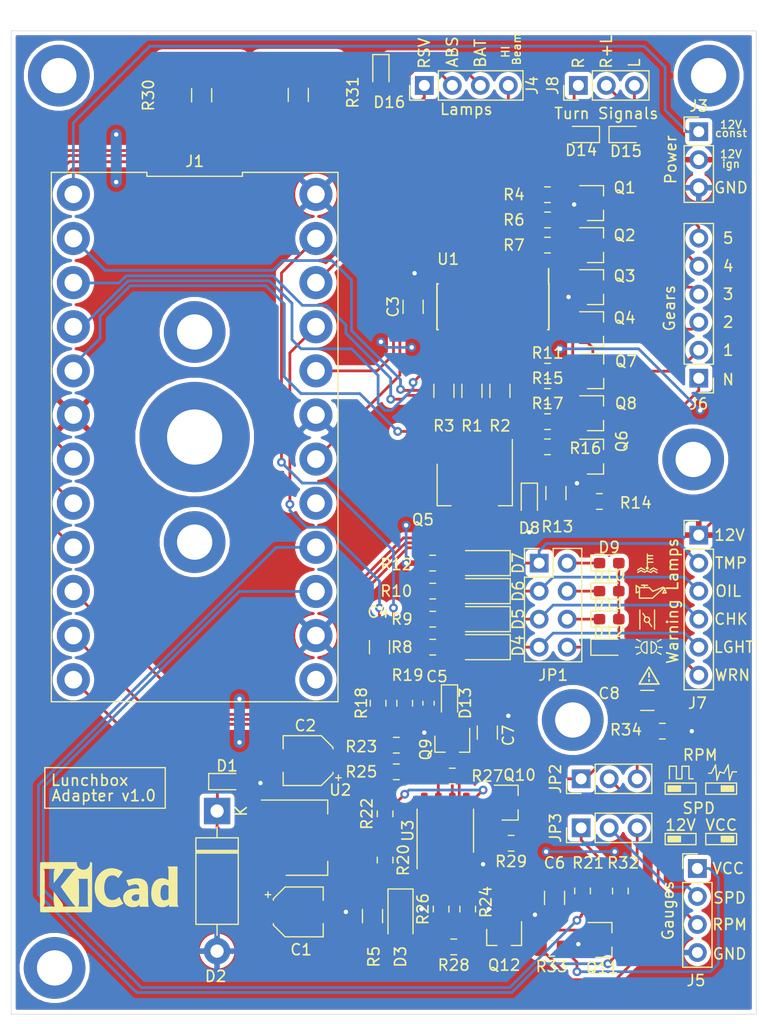
<source format=kicad_pcb>
(kicad_pcb (version 20171130) (host pcbnew 5.1.1)
  (layers (0 F.Cu signal) (31 B.Cu signal) (34 B.Paste user) (35 F.Paste user) (36 B.SilkS user) (37 F.SilkS user) (38 B.Mask user) (39 F.Mask user) (44 Edge.Cuts user))
  (net 0 "")
  (net 1 GND)
  (net 2 +5V)
  (net 3 +12V)
  (net 4 "Net-(C6-Pad1)")
  (net 5 "Net-(C7-Pad1)")
  (net 6 "Net-(C8-Pad1)")
  (net 7 "Net-(C8-Pad2)")
  (net 8 "Net-(D3-Pad2)")
  (net 9 "Net-(D4-Pad2)")
  (net 10 "Net-(D5-Pad2)")
  (net 11 "Net-(D6-Pad2)")
  (net 12 "Net-(D9-Pad1)")
  (net 13 "Net-(D10-Pad1)")
  (net 14 "Net-(J1-Pad1)")
  (net 15 "Net-(J1-Pad7)")
  (net 16 "Net-(Q1-Pad1)")
  (net 17 "Net-(Q2-Pad1)")
  (net 18 "Net-(Q3-Pad1)")
  (net 19 "Net-(Q4-Pad1)")
  (net 20 "Net-(Q5-Pad1)")
  (net 21 "Net-(Q6-Pad1)")
  (net 22 "Net-(Q7-Pad1)")
  (net 23 "Net-(Q8-Pad1)")
  (net 24 "Net-(Q11-Pad1)")
  (net 25 "Net-(R4-Pad1)")
  (net 26 "Net-(R6-Pad1)")
  (net 27 "Net-(R7-Pad1)")
  (net 28 "Net-(R11-Pad1)")
  (net 29 "Net-(R15-Pad1)")
  (net 30 "Net-(U1-Pad4)")
  (net 31 "Net-(U1-Pad5)")
  (net 32 "Net-(U1-Pad7)")
  (net 33 "Net-(U1-Pad9)")
  (net 34 "Net-(C1-Pad1)")
  (net 35 "Net-(C4-Pad2)")
  (net 36 RPM_COIL)
  (net 37 "Net-(C5-Pad1)")
  (net 38 LIGHT_LAMP)
  (net 39 CHOKE_LAMP)
  (net 40 OIL_LAMP)
  (net 41 "Net-(D7-Pad2)")
  (net 42 TEMP_LAMP)
  (net 43 START_BUTTON)
  (net 44 WRNG_LAMP)
  (net 45 "Net-(D11-Pad1)")
  (net 46 "Net-(D12-Pad1)")
  (net 47 TURN_R)
  (net 48 "Net-(D14-Pad1)")
  (net 49 TURN_L)
  (net 50 "Net-(D16-Pad2)")
  (net 51 CHARGE_LAMP)
  (net 52 GEAR_BCD_C)
  (net 53 GEAR_BCD_B)
  (net 54 GEAR_BCD_A)
  (net 55 "Net-(J1-Pad8)")
  (net 56 SPEED_SENSOR)
  (net 57 SPD_12V)
  (net 58 RPM)
  (net 59 SPD)
  (net 60 VCC_Sensor)
  (net 61 GEAR_N)
  (net 62 GEAR_1)
  (net 63 GEAR_2)
  (net 64 GEAR_3)
  (net 65 GEAR_4)
  (net 66 GEAR_5)
  (net 67 "Net-(JP3-Pad3)")
  (net 68 "Net-(Q6-Pad3)")
  (net 69 "Net-(Q10-Pad1)")
  (net 70 BCD_NEUTRAL)
  (net 71 "Net-(R22-Pad2)")
  (net 72 "Net-(R24-Pad1)")
  (net 73 "Net-(R25-Pad1)")
  (net 74 "Net-(R26-Pad2)")
  (net 75 "Net-(J1-Pad15)")
  (net 76 "Net-(J1-Pad20)")
  (net 77 "Net-(J1-Pad24)")
  (module MountingHole:MountingHole_3.2mm_M3_DIN965_Pad (layer F.Cu) (at 165.354 111.506)
    (fp_text reference REF** hide)
    (fp_text value MountingHole_3.2mm_M3_DIN965_Pad)
    (pad 1 thru_hole circle (at 0 0) (size 5.6 5.6) (drill 3.2) (layers *.Cu *.Mask))
  )
  (module Capacitor_SMD:C_1206_3216Metric_Pad1.42x1.75mm_HandSolder (layer F.Cu) (at 172.1215 109.728 180)
    (fp_text reference C8 (at 3.4655 0.635) (layer F.SilkS))
    (fp_text value 100n)
    (pad 1 smd roundrect (at -1.4875 0 180) (size 1.425 1.75) (layers F.Cu F.Paste F.Mask) (roundrect_rratio 0.175439) (net 6 "Net-(C8-Pad1)"))
    (pad 2 smd roundrect (at 1.4875 0 180) (size 1.425 1.75) (layers F.Cu F.Paste F.Mask) (roundrect_rratio 0.175439) (net 7 "Net-(C8-Pad2)"))
  )
  (module MountingHole:MountingHole_3.2mm_M3_DIN965_Pad (layer F.Cu) (at 177.673 53.086)
    (fp_text reference REF** hide)
    (fp_text value MountingHole_3.2mm_M3_DIN965_Pad)
    (pad 1 thru_hole circle (at 0 0) (size 5.6 5.6) (drill 3.2) (layers *.Cu *.Mask))
  )
  (module MountingHole:MountingHole_3.2mm_M3_DIN965_Pad (layer F.Cu) (at 131.064 76.327)
    (fp_text reference REF** hide)
    (fp_text value MountingHole_3.2mm_M3_DIN965_Pad)
    (pad 1 thru_hole circle (at 0 0) (size 5.6 5.6) (drill 3.2) (layers *.Cu *.Mask))
  )
  (module MountingHole:MountingHole_3.2mm_M3_DIN965_Pad (layer F.Cu) (at 131.064 95.377)
    (fp_text reference REF** hide)
    (fp_text value MountingHole_3.2mm_M3_DIN965_Pad)
    (pad 1 thru_hole circle (at 0 0) (size 5.6 5.6) (drill 3.2) (layers *.Cu *.Mask))
  )
  (module Symbol:KiCad-Logo_5mm_SilkScreen (layer F.Cu) (at 123.317 127)
    (fp_text reference REF** hide)
    (fp_text value KiCad-Logo_5mm_SilkScreen hide)
  )
  (module MountingHole:MountingHole_3.2mm_M3_DIN965_Pad (layer F.Cu) (at 118.745 53.086)
    (fp_text reference REF** hide)
    (fp_text value MountingHole_3.2mm_M3_DIN965_Pad)
    (pad 1 thru_hole circle (at 0 0) (size 5.6 5.6) (drill 3.2) (layers *.Cu *.Mask))
  )
  (module MountingHole:MountingHole_3.2mm_M3_DIN965_Pad (layer F.Cu) (at 176.276 87.884)
    (fp_text reference REF** hide)
    (fp_text value MountingHole_3.2mm_M3_DIN965_Pad)
    (pad 1 thru_hole circle (at 0 0) (size 5.6 5.6) (drill 3.2) (layers *.Cu *.Mask))
  )
  (module MountingHole:MountingHole_3.2mm_M3_DIN965_Pad (layer F.Cu) (at 118.364 133.985)
    (fp_text reference REF** hide)
    (fp_text value MountingHole_3.2mm_M3_DIN965_Pad)
    (pad 1 thru_hole circle (at 0 0) (size 5.6 5.6) (drill 3.2) (layers *.Cu *.Mask))
  )
  (module Resistor_SMD:R_1206_3216Metric_Pad1.42x1.75mm_HandSolder (layer F.Cu) (at 131.699 54.864 90)
    (fp_text reference R30 (at 0 -4.826 90) (layer F.SilkS))
    (fp_text value "100 1.6W")
    (pad 1 smd roundrect (at -1.4875 0 90) (size 3 8) (drill (offset -0.8 0)) (layers F.Cu F.Paste F.Mask) (roundrect_rratio 0.175) (net 3 +12V))
    (pad 2 smd roundrect (at 1.4875 0 90) (size 3 8) (drill (offset 0.8 0)) (layers F.Cu F.Paste F.Mask) (roundrect_rratio 0.175) (net 50 "Net-(D16-Pad2)"))
  )
  (module Resistor_SMD:R_1206_3216Metric_Pad1.42x1.75mm_HandSolder (layer F.Cu) (at 140.462 54.8275 90)
    (fp_text reference R31 (at 0.2175 4.953 90) (layer F.SilkS))
    (fp_text value "100 1.6W")
    (pad 2 smd roundrect (at 1.4875 0 90) (size 3 8) (drill (offset 0.8 0)) (layers F.Cu F.Paste F.Mask) (roundrect_rratio 0.175) (net 50 "Net-(D16-Pad2)"))
    (pad 1 smd roundrect (at -1.4875 0 90) (size 3 8) (drill (offset -0.8 0)) (layers F.Cu F.Paste F.Mask) (roundrect_rratio 0.175) (net 3 +12V))
  )
  (module bep:DIP-24_866 (layer F.Cu) (at 131.064 85.852 270)
    (fp_text reference J1 (at -25 0) (layer F.SilkS))
    (fp_text value Conn_01x24)
    (pad 25 thru_hole circle (at 0 0 270) (size 10 10) (drill 5) (layers *.Cu *.Mask))
    (pad 12 thru_hole circle (at 22 11 270) (size 3 3) (drill 1.6) (layers *.Cu *.Mask) (net 39 CHOKE_LAMP))
    (pad 24 thru_hole circle (at 22 -11 270) (size 3 3) (drill 1.6) (layers *.Cu *.Mask) (net 77 "Net-(J1-Pad24)"))
    (pad 11 thru_hole circle (at 18 11 270) (size 3 3) (drill 1.6) (layers *.Cu *.Mask) (net 40 OIL_LAMP))
    (pad 23 thru_hole circle (at 18 -11 270) (size 3 3) (drill 1.6) (layers *.Cu *.Mask) (net 1 GND))
    (pad 10 thru_hole circle (at 14 11 270) (size 3 3) (drill 1.6) (layers *.Cu *.Mask) (net 42 TEMP_LAMP))
    (pad 22 thru_hole circle (at 14 -11 270) (size 3 3) (drill 1.6) (layers *.Cu *.Mask) (net 56 SPEED_SENSOR))
    (pad 9 thru_hole circle (at 10 11 270) (size 3 3) (drill 1.6) (layers *.Cu *.Mask) (net 51 CHARGE_LAMP))
    (pad 21 thru_hole circle (at 10 -11 270) (size 3 3) (drill 1.6) (layers *.Cu *.Mask) (net 57 SPD_12V))
    (pad 8 thru_hole circle (at 6 11 270) (size 3 3) (drill 1.6) (layers *.Cu *.Mask) (net 55 "Net-(J1-Pad8)"))
    (pad 20 thru_hole circle (at 6 -11 270) (size 3 3) (drill 1.6) (layers *.Cu *.Mask) (net 76 "Net-(J1-Pad20)"))
    (pad 7 thru_hole circle (at 2 11 270) (size 3 3) (drill 1.6) (layers *.Cu *.Mask) (net 15 "Net-(J1-Pad7)"))
    (pad 19 thru_hole circle (at 2 -11 270) (size 3 3) (drill 1.6) (layers *.Cu *.Mask) (net 49 TURN_L))
    (pad 6 thru_hole circle (at -2 11 270) (size 3 3) (drill 1.6) (layers *.Cu *.Mask) (net 3 +12V))
    (pad 18 thru_hole circle (at -2 -11 270) (size 3 3) (drill 1.6) (layers *.Cu *.Mask) (net 1 GND))
    (pad 5 thru_hole circle (at -6 11 270) (size 3 3) (drill 1.6) (layers *.Cu *.Mask) (net 43 START_BUTTON))
    (pad 17 thru_hole circle (at -6 -11 270) (size 3 3) (drill 1.6) (layers *.Cu *.Mask) (net 47 TURN_R))
    (pad 4 thru_hole circle (at -10 11 270) (size 3 3) (drill 1.6) (layers *.Cu *.Mask) (net 54 GEAR_BCD_A))
    (pad 16 thru_hole circle (at -10 -11 270) (size 3 3) (drill 1.6) (layers *.Cu *.Mask) (net 36 RPM_COIL))
    (pad 3 thru_hole circle (at -14 11 270) (size 3 3) (drill 1.6) (layers *.Cu *.Mask) (net 53 GEAR_BCD_B))
    (pad 15 thru_hole circle (at -14 -11 270) (size 3 3) (drill 1.6) (layers *.Cu *.Mask) (net 75 "Net-(J1-Pad15)"))
    (pad 2 thru_hole circle (at -18 11 270) (size 3 3) (drill 1.6) (layers *.Cu *.Mask) (net 52 GEAR_BCD_C))
    (pad 14 thru_hole circle (at -18 -11 270) (size 3 3) (drill 1.6) (layers *.Cu *.Mask) (net 38 LIGHT_LAMP))
    (pad 1 thru_hole circle (at -22 11 270) (size 3 3) (drill 1.6) (layers *.Cu *.Mask) (net 14 "Net-(J1-Pad1)"))
    (pad 13 thru_hole circle (at -22 -11 270) (size 3 3) (drill 1.6) (layers *.Cu *.Mask) (net 1 GND))
  )
  (module Package_TO_SOT_SMD:SOT-23 (layer F.Cu) (at 167.386 87.63)
    (fp_text reference Q6 (at 2.413 -1.397 270) (layer F.SilkS))
    (fp_text value SMBTA42)
    (pad 1 smd rect (at -1 -0.95) (size 0.9 0.8) (layers F.Cu F.Paste F.Mask) (net 21 "Net-(Q6-Pad1)"))
    (pad 2 smd rect (at -1 0.95) (size 0.9 0.8) (layers F.Cu F.Paste F.Mask) (net 1 GND))
    (pad 3 smd rect (at 1 0) (size 0.9 0.8) (layers F.Cu F.Paste F.Mask) (net 68 "Net-(Q6-Pad3)"))
  )
  (module Connector_PinHeader_2.54mm:PinHeader_1x03_P2.54mm_Vertical (layer F.Cu) (at 176.784 58.166)
    (fp_text reference J3 (at 0 -2.33) (layer F.SilkS))
    (fp_text value Conn_01x03)
    (pad 3 thru_hole oval (at 0 5.08) (size 1.7 1.7) (drill 1) (layers *.Cu *.Mask) (net 1 GND))
    (pad 2 thru_hole oval (at 0 2.54) (size 1.7 1.7) (drill 1) (layers *.Cu *.Mask) (net 3 +12V))
    (pad 1 thru_hole rect (at 0 0) (size 1.7 1.7) (drill 1) (layers *.Cu *.Mask) (net 14 "Net-(J1-Pad1)"))
  )
  (module Connector_PinHeader_2.54mm:PinHeader_1x04_P2.54mm_Vertical (layer F.Cu) (at 151.892 53.975 90)
    (fp_text reference J4 (at 0 9.779 270) (layer F.SilkS))
    (fp_text value Conn_01x03)
    (pad 1 thru_hole rect (at 0 0 90) (size 1.7 1.7) (drill 1) (layers *.Cu *.Mask) (net 15 "Net-(J1-Pad7)"))
    (pad 2 thru_hole oval (at 0 2.54 90) (size 1.7 1.7) (drill 1) (layers *.Cu *.Mask) (net 55 "Net-(J1-Pad8)"))
    (pad 3 thru_hole oval (at 0 5.08 90) (size 1.7 1.7) (drill 1) (layers *.Cu *.Mask) (net 51 CHARGE_LAMP))
    (pad 4 thru_hole oval (at 0 7.62 90) (size 1.7 1.7) (drill 1) (layers *.Cu *.Mask) (net 75 "Net-(J1-Pad15)"))
  )
  (module Package_SO:SO-8_3.9x4.9mm_P1.27mm (layer F.Cu) (at 153.797 121.539 90)
    (fp_text reference U3 (at 0 -3.4 90) (layer F.SilkS))
    (fp_text value LM2904)
    (pad 1 smd roundrect (at -2.575 -1.905 90) (size 1.75 0.6) (layers F.Cu F.Paste F.Mask) (net 74 "Net-(R26-Pad2)"))
    (pad 2 smd roundrect (at -2.575 -0.635 90) (size 1.75 0.6) (layers F.Cu F.Paste F.Mask) (net 72 "Net-(R24-Pad1)"))
    (pad 3 smd roundrect (at -2.575 0.635 90) (size 1.75 0.6) (layers F.Cu F.Paste F.Mask) (net 4 "Net-(C6-Pad1)"))
    (pad 4 smd roundrect (at -2.575 1.905 90) (size 1.75 0.6) (layers F.Cu F.Paste F.Mask) (net 1 GND))
    (pad 5 smd roundrect (at 2.575 1.905 90) (size 1.75 0.6) (layers F.Cu F.Paste F.Mask) (net 71 "Net-(R22-Pad2)"))
    (pad 6 smd roundrect (at 2.575 0.635 90) (size 1.75 0.6) (layers F.Cu F.Paste F.Mask) (net 5 "Net-(C7-Pad1)"))
    (pad 7 smd roundrect (at 2.575 -0.635 90) (size 1.75 0.6) (layers F.Cu F.Paste F.Mask) (net 73 "Net-(R25-Pad1)"))
    (pad 8 smd roundrect (at 2.575 -1.905 90) (size 1.75 0.6) (layers F.Cu F.Paste F.Mask) (net 2 +5V))
  )
  (module Capacitor_SMD:CP_Elec_4x5.8 (layer F.Cu) (at 140.462 128.905)
    (fp_text reference C1 (at 0.254 3.429) (layer F.SilkS))
    (fp_text value 10u)
    (pad 2 smd roundrect (at 1.8 0) (size 2.6 1.6) (layers F.Cu F.Paste F.Mask) (roundrect_rratio 0.15625) (net 1 GND))
    (pad 1 smd roundrect (at -1.8 0) (size 2.6 1.6) (layers F.Cu F.Paste F.Mask) (roundrect_rratio 0.15625) (net 34 "Net-(C1-Pad1)"))
  )
  (module Capacitor_SMD:CP_Elec_4x5.8 (layer F.Cu) (at 141.351 115.189 180)
    (fp_text reference C2 (at 0.254 3.175) (layer F.SilkS))
    (fp_text value 10u)
    (pad 1 smd roundrect (at -1.8 0 180) (size 2.6 1.6) (layers F.Cu F.Paste F.Mask) (roundrect_rratio 0.15625) (net 2 +5V))
    (pad 2 smd roundrect (at 1.8 0 180) (size 2.6 1.6) (layers F.Cu F.Paste F.Mask) (roundrect_rratio 0.15625) (net 1 GND))
  )
  (module Capacitor_SMD:C_1206_3216Metric_Pad1.42x1.75mm_HandSolder (layer F.Cu) (at 150.876 74.041 90)
    (fp_text reference C3 (at 0 -1.82 90) (layer F.SilkS))
    (fp_text value 100n)
    (pad 1 smd roundrect (at -1.4875 0 90) (size 1.425 1.75) (layers F.Cu F.Paste F.Mask) (roundrect_rratio 0.175439) (net 3 +12V))
    (pad 2 smd roundrect (at 1.4875 0 90) (size 1.425 1.75) (layers F.Cu F.Paste F.Mask) (roundrect_rratio 0.175439) (net 1 GND))
  )
  (module Capacitor_SMD:C_0603_1608Metric_Pad1.05x0.95mm_HandSolder (layer F.Cu) (at 152.273 109.982 270)
    (fp_text reference C5 (at -2.413 -0.762 180) (layer F.SilkS))
    (fp_text value 56n)
    (pad 1 smd roundrect (at -0.875 0 270) (size 1.05 0.95) (layers F.Cu F.Paste F.Mask) (net 37 "Net-(C5-Pad1)"))
    (pad 2 smd roundrect (at 0.875 0 270) (size 1.05 0.95) (layers F.Cu F.Paste F.Mask) (net 1 GND))
  )
  (module Capacitor_SMD:C_1206_3216Metric_Pad1.42x1.75mm_HandSolder (layer F.Cu) (at 163.703 127.635 270)
    (fp_text reference C6 (at -3.175 0 180) (layer F.SilkS))
    (fp_text value 4.7u)
    (pad 2 smd roundrect (at 1.4875 0 270) (size 1.425 1.75) (layers F.Cu F.Paste F.Mask) (roundrect_rratio 0.175439) (net 1 GND))
    (pad 1 smd roundrect (at -1.4875 0 270) (size 1.425 1.75) (layers F.Cu F.Paste F.Mask) (roundrect_rratio 0.175439) (net 4 "Net-(C6-Pad1)"))
  )
  (module Capacitor_SMD:C_1206_3216Metric_Pad1.42x1.75mm_HandSolder (layer F.Cu) (at 157.607 112.649 90)
    (fp_text reference C7 (at -0.254 1.905 90) (layer F.SilkS))
    (fp_text value 220n)
    (pad 2 smd roundrect (at 1.4875 0 90) (size 1.425 1.75) (layers F.Cu F.Paste F.Mask) (roundrect_rratio 0.175439) (net 1 GND))
    (pad 1 smd roundrect (at -1.4875 0 90) (size 1.425 1.75) (layers F.Cu F.Paste F.Mask) (roundrect_rratio 0.175439) (net 5 "Net-(C7-Pad1)"))
  )
  (module Diode_SMD:D_0603_1608Metric_Pad1.05x0.95mm_HandSolder (layer F.Cu) (at 133.999 117.094)
    (fp_text reference D1 (at 0 -1.43) (layer F.SilkS))
    (fp_text value D)
    (pad 2 smd roundrect (at 0.875 0) (size 1.05 0.95) (layers F.Cu F.Paste F.Mask) (net 3 +12V))
    (pad 1 smd roundrect (at -0.875 0) (size 1.05 0.95) (layers F.Cu F.Paste F.Mask) (net 34 "Net-(C1-Pad1)"))
  )
  (module Diode_THT:D_DO-15_P12.70mm_Horizontal (layer F.Cu) (at 133.096 119.761 270)
    (fp_text reference D2 (at 14.986 0.127 180) (layer F.SilkS))
    (fp_text value P6KE15A)
    (fp_text user K (at 0 -2.2 90) (layer F.SilkS))
    (pad 1 thru_hole rect (at 0 0 270) (size 2.4 2.4) (drill 1.2) (layers *.Cu *.Mask) (net 34 "Net-(C1-Pad1)"))
    (pad 2 thru_hole oval (at 12.7 0 270) (size 2.4 2.4) (drill 1.2) (layers *.Cu *.Mask) (net 1 GND))
  )
  (module LED_SMD:LED_1206_3216Metric_Pad1.42x1.75mm_HandSolder (layer F.Cu) (at 149.733 129.286 270)
    (fp_text reference D3 (at 3.683 0 90) (layer F.SilkS))
    (fp_text value LED)
    (pad 1 smd roundrect (at -1.4875 0 270) (size 1.425 1.75) (layers F.Cu F.Paste F.Mask) (roundrect_rratio 0.175439) (net 1 GND))
    (pad 2 smd roundrect (at 1.4875 0 270) (size 1.425 1.75) (layers F.Cu F.Paste F.Mask) (roundrect_rratio 0.175439) (net 8 "Net-(D3-Pad2)"))
  )
  (module LED_SMD:LED_1206_3216Metric_Pad1.42x1.75mm_HandSolder (layer F.Cu) (at 157.226 104.902 180)
    (fp_text reference D4 (at -3.175 0.127 90) (layer F.SilkS))
    (fp_text value LED)
    (pad 2 smd roundrect (at 1.4875 0 180) (size 1.425 1.75) (layers F.Cu F.Paste F.Mask) (roundrect_rratio 0.175439) (net 9 "Net-(D4-Pad2)"))
    (pad 1 smd roundrect (at -1.4875 0 180) (size 1.425 1.75) (layers F.Cu F.Paste F.Mask) (roundrect_rratio 0.175439) (net 38 LIGHT_LAMP))
  )
  (module LED_SMD:LED_1206_3216Metric_Pad1.42x1.75mm_HandSolder (layer F.Cu) (at 157.226 102.362 180)
    (fp_text reference D5 (at -3.175 0 90) (layer F.SilkS))
    (fp_text value LED)
    (pad 2 smd roundrect (at 1.4875 0 180) (size 1.425 1.75) (layers F.Cu F.Paste F.Mask) (roundrect_rratio 0.175439) (net 10 "Net-(D5-Pad2)"))
    (pad 1 smd roundrect (at -1.4875 0 180) (size 1.425 1.75) (layers F.Cu F.Paste F.Mask) (roundrect_rratio 0.175439) (net 39 CHOKE_LAMP))
  )
  (module LED_SMD:LED_1206_3216Metric_Pad1.42x1.75mm_HandSolder (layer F.Cu) (at 157.226 99.822 180)
    (fp_text reference D6 (at -3.175 0 90) (layer F.SilkS))
    (fp_text value LED)
    (pad 1 smd roundrect (at -1.4875 0 180) (size 1.425 1.75) (layers F.Cu F.Paste F.Mask) (roundrect_rratio 0.175439) (net 40 OIL_LAMP))
    (pad 2 smd roundrect (at 1.4875 0 180) (size 1.425 1.75) (layers F.Cu F.Paste F.Mask) (roundrect_rratio 0.175439) (net 11 "Net-(D6-Pad2)"))
  )
  (module LED_SMD:LED_1206_3216Metric_Pad1.42x1.75mm_HandSolder (layer F.Cu) (at 157.226 97.282 180)
    (fp_text reference D7 (at -3.175 0 90) (layer F.SilkS))
    (fp_text value LED)
    (pad 1 smd roundrect (at -1.4875 0 180) (size 1.425 1.75) (layers F.Cu F.Paste F.Mask) (roundrect_rratio 0.175439) (net 42 TEMP_LAMP))
    (pad 2 smd roundrect (at 1.4875 0 180) (size 1.425 1.75) (layers F.Cu F.Paste F.Mask) (roundrect_rratio 0.175439) (net 41 "Net-(D7-Pad2)"))
  )
  (module Diode_SMD:D_0603_1608Metric_Pad1.05x0.95mm_HandSolder (layer F.Cu) (at 161.417 91.694 270)
    (fp_text reference D8 (at 2.413 0 180) (layer F.SilkS))
    (fp_text value D)
    (pad 1 smd roundrect (at -0.875 0 270) (size 1.05 0.95) (layers F.Cu F.Paste F.Mask) (net 43 START_BUTTON))
    (pad 2 smd roundrect (at 0.875 0 270) (size 1.05 0.95) (layers F.Cu F.Paste F.Mask) (net 1 GND))
  )
  (module Diode_SMD:D_0603_1608Metric_Pad1.05x0.95mm_HandSolder (layer F.Cu) (at 168.656 97.282)
    (fp_text reference D9 (at 0 -1.43) (layer F.SilkS))
    (fp_text value D)
    (pad 2 smd roundrect (at 0.875 0) (size 1.05 0.95) (layers F.Cu F.Paste F.Mask) (net 44 WRNG_LAMP))
    (pad 1 smd roundrect (at -0.875 0) (size 1.05 0.95) (layers F.Cu F.Paste F.Mask) (net 12 "Net-(D9-Pad1)"))
  )
  (module Diode_SMD:D_0603_1608Metric_Pad1.05x0.95mm_HandSolder (layer F.Cu) (at 168.656 99.822)
    (fp_text reference D10 (at 0 -1.43) (layer F.SilkS))
    (fp_text value D)
    (pad 1 smd roundrect (at -0.875 0) (size 1.05 0.95) (layers F.Cu F.Paste F.Mask) (net 13 "Net-(D10-Pad1)"))
    (pad 2 smd roundrect (at 0.875 0) (size 1.05 0.95) (layers F.Cu F.Paste F.Mask) (net 44 WRNG_LAMP))
  )
  (module Diode_SMD:D_0603_1608Metric_Pad1.05x0.95mm_HandSolder (layer F.Cu) (at 168.656 102.362)
    (fp_text reference D11 (at 0 -1.43) (layer F.SilkS))
    (fp_text value D)
    (pad 1 smd roundrect (at -0.875 0) (size 1.05 0.95) (layers F.Cu F.Paste F.Mask) (net 45 "Net-(D11-Pad1)"))
    (pad 2 smd roundrect (at 0.875 0) (size 1.05 0.95) (layers F.Cu F.Paste F.Mask) (net 44 WRNG_LAMP))
  )
  (module Diode_SMD:D_0603_1608Metric_Pad1.05x0.95mm_HandSolder (layer F.Cu) (at 168.656 104.902)
    (fp_text reference D12 (at 0 -1.43) (layer F.SilkS))
    (fp_text value D)
    (pad 2 smd roundrect (at 0.875 0) (size 1.05 0.95) (layers F.Cu F.Paste F.Mask) (net 44 WRNG_LAMP))
    (pad 1 smd roundrect (at -0.875 0) (size 1.05 0.95) (layers F.Cu F.Paste F.Mask) (net 46 "Net-(D12-Pad1)"))
  )
  (module Diode_SMD:D_0603_1608Metric_Pad1.05x0.95mm_HandSolder (layer F.Cu) (at 154.178 109.982 270)
    (fp_text reference D13 (at 0 -1.43 90) (layer F.SilkS))
    (fp_text value D)
    (pad 1 smd roundrect (at -0.875 0 270) (size 1.05 0.95) (layers F.Cu F.Paste F.Mask) (net 37 "Net-(C5-Pad1)"))
    (pad 2 smd roundrect (at 0.875 0 270) (size 1.05 0.95) (layers F.Cu F.Paste F.Mask) (net 1 GND))
  )
  (module Diode_SMD:D_0603_1608Metric_Pad1.05x0.95mm_HandSolder (layer F.Cu) (at 166.116 58.42 180)
    (fp_text reference D14 (at 0 -1.43) (layer F.SilkS))
    (fp_text value D)
    (pad 2 smd roundrect (at 0.875 0 180) (size 1.05 0.95) (layers F.Cu F.Paste F.Mask) (net 47 TURN_R))
    (pad 1 smd roundrect (at -0.875 0 180) (size 1.05 0.95) (layers F.Cu F.Paste F.Mask) (net 48 "Net-(D14-Pad1)"))
  )
  (module Diode_SMD:D_0603_1608Metric_Pad1.05x0.95mm_HandSolder (layer F.Cu) (at 170.307 58.42)
    (fp_text reference D15 (at -0.127 1.524) (layer F.SilkS))
    (fp_text value D)
    (pad 1 smd roundrect (at -0.875 0) (size 1.05 0.95) (layers F.Cu F.Paste F.Mask) (net 48 "Net-(D14-Pad1)"))
    (pad 2 smd roundrect (at 0.875 0) (size 1.05 0.95) (layers F.Cu F.Paste F.Mask) (net 49 TURN_L))
  )
  (module Diode_SMD:D_0603_1608Metric_Pad1.05x0.95mm_HandSolder (layer F.Cu) (at 147.955 52.832 270)
    (fp_text reference D16 (at 2.667 -0.762 180) (layer F.SilkS))
    (fp_text value D)
    (pad 2 smd roundrect (at 0.875 0 270) (size 1.05 0.95) (layers F.Cu F.Paste F.Mask) (net 50 "Net-(D16-Pad2)"))
    (pad 1 smd roundrect (at -0.875 0 270) (size 1.05 0.95) (layers F.Cu F.Paste F.Mask) (net 51 CHARGE_LAMP))
  )
  (module Connector_PinHeader_2.54mm:PinHeader_1x04_P2.54mm_Vertical (layer F.Cu) (at 176.657 124.968)
    (fp_text reference J5 (at -0.127 10.16) (layer F.SilkS))
    (fp_text value Conn_01x03)
    (pad 4 thru_hole oval (at 0 7.62) (size 1.7 1.7) (drill 1) (layers *.Cu *.Mask) (net 1 GND))
    (pad 3 thru_hole oval (at 0 5.08) (size 1.7 1.7) (drill 1) (layers *.Cu *.Mask) (net 58 RPM))
    (pad 2 thru_hole oval (at 0 2.54) (size 1.7 1.7) (drill 1) (layers *.Cu *.Mask) (net 59 SPD))
    (pad 1 thru_hole rect (at 0 0) (size 1.7 1.7) (drill 1) (layers *.Cu *.Mask) (net 60 VCC_Sensor))
  )
  (module Connector_PinHeader_2.54mm:PinHeader_1x06_P2.54mm_Vertical (layer F.Cu) (at 176.784 80.518 180)
    (fp_text reference J6 (at 0 -2.33) (layer F.SilkS))
    (fp_text value Conn_01x06)
    (pad 1 thru_hole rect (at 0 0 180) (size 1.7 1.7) (drill 1) (layers *.Cu *.Mask) (net 61 GEAR_N))
    (pad 2 thru_hole oval (at 0 2.54 180) (size 1.7 1.7) (drill 1) (layers *.Cu *.Mask) (net 62 GEAR_1))
    (pad 3 thru_hole oval (at 0 5.08 180) (size 1.7 1.7) (drill 1) (layers *.Cu *.Mask) (net 63 GEAR_2))
    (pad 4 thru_hole oval (at 0 7.62 180) (size 1.7 1.7) (drill 1) (layers *.Cu *.Mask) (net 64 GEAR_3))
    (pad 5 thru_hole oval (at 0 10.16 180) (size 1.7 1.7) (drill 1) (layers *.Cu *.Mask) (net 65 GEAR_4))
    (pad 6 thru_hole oval (at 0 12.7 180) (size 1.7 1.7) (drill 1) (layers *.Cu *.Mask) (net 66 GEAR_5))
  )
  (module Connector_PinHeader_2.54mm:PinHeader_1x06_P2.54mm_Vertical (layer F.Cu) (at 176.784 94.742)
    (fp_text reference J7 (at -0.127 15.24) (layer F.SilkS))
    (fp_text value Conn_01x06)
    (pad 6 thru_hole oval (at 0 12.7) (size 1.7 1.7) (drill 1) (layers *.Cu *.Mask) (net 44 WRNG_LAMP))
    (pad 5 thru_hole oval (at 0 10.16) (size 1.7 1.7) (drill 1) (layers *.Cu *.Mask) (net 38 LIGHT_LAMP))
    (pad 4 thru_hole oval (at 0 7.62) (size 1.7 1.7) (drill 1) (layers *.Cu *.Mask) (net 39 CHOKE_LAMP))
    (pad 3 thru_hole oval (at 0 5.08) (size 1.7 1.7) (drill 1) (layers *.Cu *.Mask) (net 40 OIL_LAMP))
    (pad 2 thru_hole oval (at 0 2.54) (size 1.7 1.7) (drill 1) (layers *.Cu *.Mask) (net 42 TEMP_LAMP))
    (pad 1 thru_hole rect (at 0 0) (size 1.7 1.7) (drill 1) (layers *.Cu *.Mask) (net 3 +12V))
  )
  (module Connector_PinHeader_2.54mm:PinHeader_1x03_P2.54mm_Vertical (layer F.Cu) (at 165.862 53.975 90)
    (fp_text reference J8 (at 0 -2.33 90) (layer F.SilkS))
    (fp_text value Conn_01x03)
    (pad 1 thru_hole rect (at 0 0 90) (size 1.7 1.7) (drill 1) (layers *.Cu *.Mask) (net 47 TURN_R))
    (pad 2 thru_hole oval (at 0 2.54 90) (size 1.7 1.7) (drill 1) (layers *.Cu *.Mask) (net 48 "Net-(D14-Pad1)"))
    (pad 3 thru_hole oval (at 0 5.08 90) (size 1.7 1.7) (drill 1) (layers *.Cu *.Mask) (net 49 TURN_L))
  )
  (module Connector_PinHeader_2.54mm:PinHeader_2x04_P2.54mm_Vertical (layer F.Cu) (at 162.306 97.282)
    (fp_text reference JP1 (at 1.27 10.16) (layer F.SilkS))
    (fp_text value Jumper_4x2)
    (pad 1 thru_hole rect (at 0 0) (size 1.7 1.7) (drill 1) (layers *.Cu *.Mask) (net 42 TEMP_LAMP))
    (pad 2 thru_hole oval (at 2.54 0) (size 1.7 1.7) (drill 1) (layers *.Cu *.Mask) (net 12 "Net-(D9-Pad1)"))
    (pad 3 thru_hole oval (at 0 2.54) (size 1.7 1.7) (drill 1) (layers *.Cu *.Mask) (net 40 OIL_LAMP))
    (pad 4 thru_hole oval (at 2.54 2.54) (size 1.7 1.7) (drill 1) (layers *.Cu *.Mask) (net 13 "Net-(D10-Pad1)"))
    (pad 5 thru_hole oval (at 0 5.08) (size 1.7 1.7) (drill 1) (layers *.Cu *.Mask) (net 39 CHOKE_LAMP))
    (pad 6 thru_hole oval (at 2.54 5.08) (size 1.7 1.7) (drill 1) (layers *.Cu *.Mask) (net 45 "Net-(D11-Pad1)"))
    (pad 7 thru_hole oval (at 0 7.62) (size 1.7 1.7) (drill 1) (layers *.Cu *.Mask) (net 38 LIGHT_LAMP))
    (pad 8 thru_hole oval (at 2.54 7.62) (size 1.7 1.7) (drill 1) (layers *.Cu *.Mask) (net 46 "Net-(D12-Pad1)"))
  )
  (module Connector_PinHeader_2.54mm:PinHeader_1x03_P2.54mm_Vertical (layer F.Cu) (at 166.116 116.84 90)
    (fp_text reference JP2 (at 0 -2.33 90) (layer F.SilkS))
    (fp_text value Jumper_3_Bridged12)
    (pad 3 thru_hole oval (at 0 5.08 90) (size 1.7 1.7) (drill 1) (layers *.Cu *.Mask) (net 6 "Net-(C8-Pad1)"))
    (pad 2 thru_hole oval (at 0 2.54 90) (size 1.7 1.7) (drill 1) (layers *.Cu *.Mask) (net 58 RPM))
    (pad 1 thru_hole rect (at 0 0 90) (size 1.7 1.7) (drill 1) (layers *.Cu *.Mask) (net 7 "Net-(C8-Pad2)"))
  )
  (module Connector_PinHeader_2.54mm:PinHeader_1x03_P2.54mm_Vertical (layer F.Cu) (at 166.116 121.285 90)
    (fp_text reference JP3 (at 0 -2.33 90) (layer F.SilkS))
    (fp_text value Jumper_3_Bridged12)
    (pad 1 thru_hole rect (at 0 0 90) (size 1.7 1.7) (drill 1) (layers *.Cu *.Mask) (net 57 SPD_12V))
    (pad 2 thru_hole oval (at 0 2.54 90) (size 1.7 1.7) (drill 1) (layers *.Cu *.Mask) (net 59 SPD))
    (pad 3 thru_hole oval (at 0 5.08 90) (size 1.7 1.7) (drill 1) (layers *.Cu *.Mask) (net 67 "Net-(JP3-Pad3)"))
  )
  (module Package_TO_SOT_SMD:SOT-23 (layer F.Cu) (at 167.386 64.643)
    (fp_text reference Q1 (at 2.667 -1.397) (layer F.SilkS))
    (fp_text value SMBTA42)
    (pad 3 smd rect (at 1 0) (size 0.9 0.8) (layers F.Cu F.Paste F.Mask) (net 66 GEAR_5))
    (pad 2 smd rect (at -1 0.95) (size 0.9 0.8) (layers F.Cu F.Paste F.Mask) (net 1 GND))
    (pad 1 smd rect (at -1 -0.95) (size 0.9 0.8) (layers F.Cu F.Paste F.Mask) (net 16 "Net-(Q1-Pad1)"))
  )
  (module Package_TO_SOT_SMD:SOT-23 (layer F.Cu) (at 167.386 68.453)
    (fp_text reference Q2 (at 2.667 -0.889) (layer F.SilkS))
    (fp_text value SMBTA42)
    (pad 1 smd rect (at -1 -0.95) (size 0.9 0.8) (layers F.Cu F.Paste F.Mask) (net 17 "Net-(Q2-Pad1)"))
    (pad 2 smd rect (at -1 0.95) (size 0.9 0.8) (layers F.Cu F.Paste F.Mask) (net 1 GND))
    (pad 3 smd rect (at 1 0) (size 0.9 0.8) (layers F.Cu F.Paste F.Mask) (net 65 GEAR_4))
  )
  (module Package_TO_SOT_SMD:SOT-23 (layer F.Cu) (at 167.386 72.263)
    (fp_text reference Q3 (at 2.667 -1.016) (layer F.SilkS))
    (fp_text value SMBTA42)
    (pad 1 smd rect (at -1 -0.95) (size 0.9 0.8) (layers F.Cu F.Paste F.Mask) (net 18 "Net-(Q3-Pad1)"))
    (pad 2 smd rect (at -1 0.95) (size 0.9 0.8) (layers F.Cu F.Paste F.Mask) (net 1 GND))
    (pad 3 smd rect (at 1 0) (size 0.9 0.8) (layers F.Cu F.Paste F.Mask) (net 64 GEAR_3))
  )
  (module Package_TO_SOT_SMD:SOT-23 (layer F.Cu) (at 167.386 76.073)
    (fp_text reference Q4 (at 2.667 -1.016) (layer F.SilkS))
    (fp_text value SMBTA42)
    (pad 1 smd rect (at -1 -0.95) (size 0.9 0.8) (layers F.Cu F.Paste F.Mask) (net 19 "Net-(Q4-Pad1)"))
    (pad 2 smd rect (at -1 0.95) (size 0.9 0.8) (layers F.Cu F.Paste F.Mask) (net 1 GND))
    (pad 3 smd rect (at 1 0) (size 0.9 0.8) (layers F.Cu F.Paste F.Mask) (net 63 GEAR_2))
  )
  (module Package_TO_SOT_SMD:SOT-223 (layer F.Cu) (at 156.464 90.17 270)
    (fp_text reference Q5 (at 3.175 4.699 180) (layer F.SilkS))
    (fp_text value BCP51)
    (pad 4 smd rect (at 3.15 0 270) (size 2 3.8) (layers F.Cu F.Paste F.Mask))
    (pad 2 smd rect (at -3.15 0 270) (size 2 1.5) (layers F.Cu F.Paste F.Mask) (net 43 START_BUTTON))
    (pad 3 smd rect (at -3.15 2.3 270) (size 2 1.5) (layers F.Cu F.Paste F.Mask) (net 3 +12V))
    (pad 1 smd rect (at -3.15 -2.3 270) (size 2 1.5) (layers F.Cu F.Paste F.Mask) (net 20 "Net-(Q5-Pad1)"))
  )
  (module Package_TO_SOT_SMD:SOT-23 (layer F.Cu) (at 167.402 79.883)
    (fp_text reference Q7 (at 2.778 -0.889) (layer F.SilkS))
    (fp_text value SMBTA42)
    (pad 3 smd rect (at 1 0) (size 0.9 0.8) (layers F.Cu F.Paste F.Mask) (net 62 GEAR_1))
    (pad 2 smd rect (at -1 0.95) (size 0.9 0.8) (layers F.Cu F.Paste F.Mask) (net 1 GND))
    (pad 1 smd rect (at -1 -0.95) (size 0.9 0.8) (layers F.Cu F.Paste F.Mask) (net 22 "Net-(Q7-Pad1)"))
  )
  (module Package_TO_SOT_SMD:SOT-23 (layer F.Cu) (at 167.386 83.693)
    (fp_text reference Q8 (at 2.794 -0.889) (layer F.SilkS))
    (fp_text value SMBTA42)
    (pad 3 smd rect (at 1 0) (size 0.9 0.8) (layers F.Cu F.Paste F.Mask) (net 61 GEAR_N))
    (pad 2 smd rect (at -1 0.95) (size 0.9 0.8) (layers F.Cu F.Paste F.Mask) (net 1 GND))
    (pad 1 smd rect (at -1 -0.95) (size 0.9 0.8) (layers F.Cu F.Paste F.Mask) (net 23 "Net-(Q8-Pad1)"))
  )
  (module Package_TO_SOT_SMD:SOT-23 (layer F.Cu) (at 154.432 113.665 270)
    (fp_text reference Q9 (at 0.508 2.413 90) (layer F.SilkS))
    (fp_text value SMBTA42)
    (pad 3 smd rect (at 1 0 270) (size 0.9 0.8) (layers F.Cu F.Paste F.Mask) (net 5 "Net-(C7-Pad1)"))
    (pad 2 smd rect (at -1 0.95 270) (size 0.9 0.8) (layers F.Cu F.Paste F.Mask) (net 1 GND))
    (pad 1 smd rect (at -1 -0.95 270) (size 0.9 0.8) (layers F.Cu F.Paste F.Mask) (net 37 "Net-(C5-Pad1)"))
  )
  (module Package_TO_SOT_SMD:SOT-23 (layer F.Cu) (at 159.639 118.999)
    (fp_text reference Q10 (at 0.889 -2.5) (layer F.SilkS))
    (fp_text value SMBTA42)
    (pad 1 smd rect (at -1 -0.95) (size 0.9 0.8) (layers F.Cu F.Paste F.Mask) (net 69 "Net-(Q10-Pad1)"))
    (pad 2 smd rect (at -1 0.95) (size 0.9 0.8) (layers F.Cu F.Paste F.Mask) (net 1 GND))
    (pad 3 smd rect (at 1 0) (size 0.9 0.8) (layers F.Cu F.Paste F.Mask) (net 7 "Net-(C8-Pad2)"))
  )
  (module Package_TO_SOT_SMD:SOT-23 (layer F.Cu) (at 168.148 131.445)
    (fp_text reference Q11 (at -0.127 2.54) (layer F.SilkS))
    (fp_text value SMBTA42)
    (pad 3 smd rect (at 1 0) (size 0.9 0.8) (layers F.Cu F.Paste F.Mask) (net 57 SPD_12V))
    (pad 2 smd rect (at -1 0.95) (size 0.9 0.8) (layers F.Cu F.Paste F.Mask) (net 1 GND))
    (pad 1 smd rect (at -1 -0.95) (size 0.9 0.8) (layers F.Cu F.Paste F.Mask) (net 24 "Net-(Q11-Pad1)"))
  )
  (module Package_TO_SOT_SMD:SOT-23 (layer F.Cu) (at 159.131 131.191 270)
    (fp_text reference Q12 (at 2.54 0 180) (layer F.SilkS))
    (fp_text value SMBTA42)
    (pad 1 smd rect (at -1 -0.95 270) (size 0.9 0.8) (layers F.Cu F.Paste F.Mask) (net 24 "Net-(Q11-Pad1)"))
    (pad 2 smd rect (at -1 0.95 270) (size 0.9 0.8) (layers F.Cu F.Paste F.Mask) (net 1 GND))
    (pad 3 smd rect (at 1 0 270) (size 0.9 0.8) (layers F.Cu F.Paste F.Mask) (net 67 "Net-(JP3-Pad3)"))
  )
  (module Resistor_SMD:R_1206_3216Metric_Pad1.42x1.75mm_HandSolder (layer F.Cu) (at 156.21 81.661 90)
    (fp_text reference R1 (at -3.175 0 180) (layer F.SilkS))
    (fp_text value 100k)
    (pad 1 smd roundrect (at -1.4875 0 90) (size 1.425 1.75) (layers F.Cu F.Paste F.Mask) (roundrect_rratio 0.175439) (net 3 +12V))
    (pad 2 smd roundrect (at 1.4875 0 90) (size 1.425 1.75) (layers F.Cu F.Paste F.Mask) (roundrect_rratio 0.175439) (net 52 GEAR_BCD_C))
  )
  (module Resistor_SMD:R_1206_3216Metric_Pad1.42x1.75mm_HandSolder (layer F.Cu) (at 158.75 81.661 90)
    (fp_text reference R2 (at -3.175 0 180) (layer F.SilkS))
    (fp_text value 100k)
    (pad 2 smd roundrect (at 1.4875 0 90) (size 1.425 1.75) (layers F.Cu F.Paste F.Mask) (roundrect_rratio 0.175439) (net 53 GEAR_BCD_B))
    (pad 1 smd roundrect (at -1.4875 0 90) (size 1.425 1.75) (layers F.Cu F.Paste F.Mask) (roundrect_rratio 0.175439) (net 3 +12V))
  )
  (module Resistor_SMD:R_1206_3216Metric_Pad1.42x1.75mm_HandSolder (layer F.Cu) (at 153.67 81.661 90)
    (fp_text reference R3 (at -3.175 0 180) (layer F.SilkS))
    (fp_text value 100k)
    (pad 1 smd roundrect (at -1.4875 0 90) (size 1.425 1.75) (layers F.Cu F.Paste F.Mask) (roundrect_rratio 0.175439) (net 3 +12V))
    (pad 2 smd roundrect (at 1.4875 0 90) (size 1.425 1.75) (layers F.Cu F.Paste F.Mask) (roundrect_rratio 0.175439) (net 54 GEAR_BCD_A))
  )
  (module Resistor_SMD:R_0805_2012Metric_Pad1.15x1.40mm_HandSolder (layer F.Cu) (at 163.059 63.881)
    (fp_text reference R4 (at -3.039 0) (layer F.SilkS))
    (fp_text value 10k)
    (pad 2 smd roundrect (at 1.025 0) (size 1.15 1.4) (layers F.Cu F.Paste F.Mask) (roundrect_rratio 0.217391) (net 16 "Net-(Q1-Pad1)"))
    (pad 1 smd roundrect (at -1.025 0) (size 1.15 1.4) (layers F.Cu F.Paste F.Mask) (roundrect_rratio 0.217391) (net 25 "Net-(R4-Pad1)"))
  )
  (module Resistor_SMD:R_1206_3216Metric_Pad1.42x1.75mm_HandSolder (layer F.Cu) (at 147.193 129.286 270)
    (fp_text reference R5 (at 3.683 -0.127 90) (layer F.SilkS))
    (fp_text value 267)
    (pad 2 smd roundrect (at 1.4875 0 270) (size 1.425 1.75) (layers F.Cu F.Paste F.Mask) (roundrect_rratio 0.175439) (net 8 "Net-(D3-Pad2)"))
    (pad 1 smd roundrect (at -1.4875 0 270) (size 1.425 1.75) (layers F.Cu F.Paste F.Mask) (roundrect_rratio 0.175439) (net 2 +5V))
  )
  (module Resistor_SMD:R_0805_2012Metric_Pad1.15x1.40mm_HandSolder (layer F.Cu) (at 163.068 66.167)
    (fp_text reference R6 (at -3.048 0) (layer F.SilkS))
    (fp_text value 10k)
    (pad 1 smd roundrect (at -1.025 0) (size 1.15 1.4) (layers F.Cu F.Paste F.Mask) (roundrect_rratio 0.217391) (net 26 "Net-(R6-Pad1)"))
    (pad 2 smd roundrect (at 1.025 0) (size 1.15 1.4) (layers F.Cu F.Paste F.Mask) (roundrect_rratio 0.217391) (net 17 "Net-(Q2-Pad1)"))
  )
  (module Resistor_SMD:R_0805_2012Metric_Pad1.15x1.40mm_HandSolder (layer F.Cu) (at 163.059 68.453)
    (fp_text reference R7 (at -3.039 0) (layer F.SilkS))
    (fp_text value 10k)
    (pad 2 smd roundrect (at 1.025 0) (size 1.15 1.4) (layers F.Cu F.Paste F.Mask) (roundrect_rratio 0.217391) (net 18 "Net-(Q3-Pad1)"))
    (pad 1 smd roundrect (at -1.025 0) (size 1.15 1.4) (layers F.Cu F.Paste F.Mask) (roundrect_rratio 0.217391) (net 27 "Net-(R7-Pad1)"))
  )
  (module Resistor_SMD:R_0805_2012Metric_Pad1.15x1.40mm_HandSolder (layer F.Cu) (at 152.654 104.902)
    (fp_text reference R8 (at -2.794 0) (layer F.SilkS))
    (fp_text value 680)
    (pad 1 smd roundrect (at -1.025 0) (size 1.15 1.4) (layers F.Cu F.Paste F.Mask) (roundrect_rratio 0.217391) (net 3 +12V))
    (pad 2 smd roundrect (at 1.025 0) (size 1.15 1.4) (layers F.Cu F.Paste F.Mask) (roundrect_rratio 0.217391) (net 9 "Net-(D4-Pad2)"))
  )
  (module Resistor_SMD:R_0805_2012Metric_Pad1.15x1.40mm_HandSolder (layer F.Cu) (at 152.654 102.362)
    (fp_text reference R9 (at -2.794 0) (layer F.SilkS))
    (fp_text value 680)
    (pad 2 smd roundrect (at 1.025 0) (size 1.15 1.4) (layers F.Cu F.Paste F.Mask) (roundrect_rratio 0.217391) (net 10 "Net-(D5-Pad2)"))
    (pad 1 smd roundrect (at -1.025 0) (size 1.15 1.4) (layers F.Cu F.Paste F.Mask) (roundrect_rratio 0.217391) (net 3 +12V))
  )
  (module Resistor_SMD:R_0805_2012Metric_Pad1.15x1.40mm_HandSolder (layer F.Cu) (at 152.654 99.822)
    (fp_text reference R10 (at -3.302 0) (layer F.SilkS))
    (fp_text value 680)
    (pad 1 smd roundrect (at -1.025 0) (size 1.15 1.4) (layers F.Cu F.Paste F.Mask) (roundrect_rratio 0.217391) (net 3 +12V))
    (pad 2 smd roundrect (at 1.025 0) (size 1.15 1.4) (layers F.Cu F.Paste F.Mask) (roundrect_rratio 0.217391) (net 11 "Net-(D6-Pad2)"))
  )
  (module Resistor_SMD:R_0805_2012Metric_Pad1.15x1.40mm_HandSolder (layer F.Cu) (at 163.068 79.883)
    (fp_text reference R11 (at 0 -1.65) (layer F.SilkS))
    (fp_text value 10k)
    (pad 1 smd roundrect (at -1.025 0) (size 1.15 1.4) (layers F.Cu F.Paste F.Mask) (roundrect_rratio 0.217391) (net 28 "Net-(R11-Pad1)"))
    (pad 2 smd roundrect (at 1.025 0) (size 1.15 1.4) (layers F.Cu F.Paste F.Mask) (roundrect_rratio 0.217391) (net 19 "Net-(Q4-Pad1)"))
  )
  (module Resistor_SMD:R_0805_2012Metric_Pad1.15x1.40mm_HandSolder (layer F.Cu) (at 152.645 97.282)
    (fp_text reference R12 (at -3.293 0.127 180) (layer F.SilkS))
    (fp_text value 680)
    (pad 2 smd roundrect (at 1.025 0) (size 1.15 1.4) (layers F.Cu F.Paste F.Mask) (roundrect_rratio 0.217391) (net 41 "Net-(D7-Pad2)"))
    (pad 1 smd roundrect (at -1.025 0) (size 1.15 1.4) (layers F.Cu F.Paste F.Mask) (roundrect_rratio 0.217391) (net 3 +12V))
  )
  (module Resistor_SMD:R_1206_3216Metric_Pad1.42x1.75mm_HandSolder (layer F.Cu) (at 163.83 90.932 270)
    (fp_text reference R13 (at 3.048 -0.127 180) (layer F.SilkS))
    (fp_text value 100k)
    (pad 1 smd roundrect (at -1.4875 0 270) (size 1.425 1.75) (layers F.Cu F.Paste F.Mask) (roundrect_rratio 0.175439) (net 3 +12V))
    (pad 2 smd roundrect (at 1.4875 0 270) (size 1.425 1.75) (layers F.Cu F.Paste F.Mask) (roundrect_rratio 0.175439) (net 20 "Net-(Q5-Pad1)"))
  )
  (module Resistor_SMD:R_0805_2012Metric_Pad1.15x1.40mm_HandSolder (layer F.Cu) (at 167.767 91.694)
    (fp_text reference R14 (at 3.293 0.127) (layer F.SilkS))
    (fp_text value 1k)
    (pad 2 smd roundrect (at 1.025 0) (size 1.15 1.4) (layers F.Cu F.Paste F.Mask) (roundrect_rratio 0.217391) (net 68 "Net-(Q6-Pad3)"))
    (pad 1 smd roundrect (at -1.025 0) (size 1.15 1.4) (layers F.Cu F.Paste F.Mask) (roundrect_rratio 0.217391) (net 20 "Net-(Q5-Pad1)"))
  )
  (module Resistor_SMD:R_0805_2012Metric_Pad1.15x1.40mm_HandSolder (layer F.Cu) (at 163.068 82.169)
    (fp_text reference R15 (at 0 -1.65) (layer F.SilkS))
    (fp_text value 10k)
    (pad 2 smd roundrect (at 1.025 0) (size 1.15 1.4) (layers F.Cu F.Paste F.Mask) (roundrect_rratio 0.217391) (net 22 "Net-(Q7-Pad1)"))
    (pad 1 smd roundrect (at -1.025 0) (size 1.15 1.4) (layers F.Cu F.Paste F.Mask) (roundrect_rratio 0.217391) (net 29 "Net-(R15-Pad1)"))
  )
  (module Resistor_SMD:R_0805_2012Metric_Pad1.15x1.40mm_HandSolder (layer F.Cu) (at 163.059 86.741)
    (fp_text reference R16 (at 3.438 0.127) (layer F.SilkS))
    (fp_text value 10k)
    (pad 1 smd roundrect (at -1.025 0) (size 1.15 1.4) (layers F.Cu F.Paste F.Mask) (roundrect_rratio 0.217391) (net 70 BCD_NEUTRAL))
    (pad 2 smd roundrect (at 1.025 0) (size 1.15 1.4) (layers F.Cu F.Paste F.Mask) (roundrect_rratio 0.217391) (net 21 "Net-(Q6-Pad1)"))
  )
  (module Resistor_SMD:R_0805_2012Metric_Pad1.15x1.40mm_HandSolder (layer F.Cu) (at 163.068 84.455)
    (fp_text reference R17 (at 0 -1.65) (layer F.SilkS))
    (fp_text value 10k)
    (pad 1 smd roundrect (at -1.025 0) (size 1.15 1.4) (layers F.Cu F.Paste F.Mask) (roundrect_rratio 0.217391) (net 70 BCD_NEUTRAL))
    (pad 2 smd roundrect (at 1.025 0) (size 1.15 1.4) (layers F.Cu F.Paste F.Mask) (roundrect_rratio 0.217391) (net 23 "Net-(Q8-Pad1)"))
  )
  (module Resistor_SMD:R_0805_2012Metric_Pad1.15x1.40mm_HandSolder (layer F.Cu) (at 147.701 109.982 270)
    (fp_text reference R18 (at 0 1.524 90) (layer F.SilkS))
    (fp_text value 10k)
    (pad 1 smd roundrect (at -1.025 0 270) (size 1.15 1.4) (layers F.Cu F.Paste F.Mask) (roundrect_rratio 0.217391) (net 37 "Net-(C5-Pad1)"))
    (pad 2 smd roundrect (at 1.025 0 270) (size 1.15 1.4) (layers F.Cu F.Paste F.Mask) (roundrect_rratio 0.217391) (net 35 "Net-(C4-Pad2)"))
  )
  (module Resistor_SMD:R_0805_2012Metric_Pad1.15x1.40mm_HandSolder (layer F.Cu) (at 150.114 109.982 270)
    (fp_text reference R19 (at -2.54 -0.254 180) (layer F.SilkS))
    (fp_text value 1k)
    (pad 2 smd roundrect (at 1.025 0 270) (size 1.15 1.4) (layers F.Cu F.Paste F.Mask) (roundrect_rratio 0.217391) (net 1 GND))
    (pad 1 smd roundrect (at -1.025 0 270) (size 1.15 1.4) (layers F.Cu F.Paste F.Mask) (roundrect_rratio 0.217391) (net 37 "Net-(C5-Pad1)"))
  )
  (module Resistor_SMD:R_0805_2012Metric_Pad1.15x1.40mm_HandSolder (layer F.Cu) (at 148.336 124.206 270)
    (fp_text reference R20 (at 0 -1.65 90) (layer F.SilkS))
    (fp_text value 10k)
    (pad 2 smd roundrect (at 1.025 0 270) (size 1.15 1.4) (layers F.Cu F.Paste F.Mask) (roundrect_rratio 0.217391) (net 5 "Net-(C7-Pad1)"))
    (pad 1 smd roundrect (at -1.025 0 270) (size 1.15 1.4) (layers F.Cu F.Paste F.Mask) (roundrect_rratio 0.217391) (net 2 +5V))
  )
  (module Resistor_SMD:R_0805_2012Metric_Pad1.15x1.40mm_HandSolder (layer F.Cu) (at 166.243 127 90)
    (fp_text reference R21 (at 2.54 0.508 180) (layer F.SilkS))
    (fp_text value 4.7k)
    (pad 2 smd roundrect (at 1.025 0 90) (size 1.15 1.4) (layers F.Cu F.Paste F.Mask) (roundrect_rratio 0.217391) (net 4 "Net-(C6-Pad1)"))
    (pad 1 smd roundrect (at -1.025 0 90) (size 1.15 1.4) (layers F.Cu F.Paste F.Mask) (roundrect_rratio 0.217391) (net 56 SPEED_SENSOR))
  )
  (module Resistor_SMD:R_0805_2012Metric_Pad1.15x1.40mm_HandSolder (layer F.Cu) (at 148.336 120.015 90)
    (fp_text reference R22 (at 0 -1.651 90) (layer F.SilkS))
    (fp_text value 4.7k)
    (pad 2 smd roundrect (at 1.025 0 90) (size 1.15 1.4) (layers F.Cu F.Paste F.Mask) (roundrect_rratio 0.217391) (net 71 "Net-(R22-Pad2)"))
    (pad 1 smd roundrect (at -1.025 0 90) (size 1.15 1.4) (layers F.Cu F.Paste F.Mask) (roundrect_rratio 0.217391) (net 2 +5V))
  )
  (module Resistor_SMD:R_0805_2012Metric_Pad1.15x1.40mm_HandSolder (layer F.Cu) (at 149.352 113.792)
    (fp_text reference R23 (at -3.175 0.127) (layer F.SilkS))
    (fp_text value 2.2k)
    (pad 1 smd roundrect (at -1.025 0) (size 1.15 1.4) (layers F.Cu F.Paste F.Mask) (roundrect_rratio 0.217391) (net 71 "Net-(R22-Pad2)"))
    (pad 2 smd roundrect (at 1.025 0) (size 1.15 1.4) (layers F.Cu F.Paste F.Mask) (roundrect_rratio 0.217391) (net 1 GND))
  )
  (module Resistor_SMD:R_0805_2012Metric_Pad1.15x1.40mm_HandSolder (layer F.Cu) (at 155.829 128.651 270)
    (fp_text reference R24 (at -0.635 -1.651 90) (layer F.SilkS))
    (fp_text value 10k)
    (pad 1 smd roundrect (at -1.025 0 270) (size 1.15 1.4) (layers F.Cu F.Paste F.Mask) (roundrect_rratio 0.217391) (net 72 "Net-(R24-Pad1)"))
    (pad 2 smd roundrect (at 1.025 0 270) (size 1.15 1.4) (layers F.Cu F.Paste F.Mask) (roundrect_rratio 0.217391) (net 1 GND))
  )
  (module Resistor_SMD:R_0805_2012Metric_Pad1.15x1.40mm_HandSolder (layer F.Cu) (at 149.352 116.205 180)
    (fp_text reference R25 (at 3.175 0) (layer F.SilkS))
    (fp_text value 10k)
    (pad 1 smd roundrect (at -1.025 0 180) (size 1.15 1.4) (layers F.Cu F.Paste F.Mask) (roundrect_rratio 0.217391) (net 73 "Net-(R25-Pad1)"))
    (pad 2 smd roundrect (at 1.025 0 180) (size 1.15 1.4) (layers F.Cu F.Paste F.Mask) (roundrect_rratio 0.217391) (net 71 "Net-(R22-Pad2)"))
  )
  (module Resistor_SMD:R_0805_2012Metric_Pad1.15x1.40mm_HandSolder (layer F.Cu) (at 153.416 128.651 90)
    (fp_text reference R26 (at 0 -1.65 90) (layer F.SilkS))
    (fp_text value 10k)
    (pad 2 smd roundrect (at 1.025 0 90) (size 1.15 1.4) (layers F.Cu F.Paste F.Mask) (roundrect_rratio 0.217391) (net 74 "Net-(R26-Pad2)"))
    (pad 1 smd roundrect (at -1.025 0 90) (size 1.15 1.4) (layers F.Cu F.Paste F.Mask) (roundrect_rratio 0.217391) (net 24 "Net-(Q11-Pad1)"))
  )
  (module Resistor_SMD:R_0805_2012Metric_Pad1.15x1.40mm_HandSolder (layer F.Cu) (at 154.432 116.586 180)
    (fp_text reference R27 (at -3.175 0) (layer F.SilkS))
    (fp_text value 10k)
    (pad 1 smd roundrect (at -1.025 0 180) (size 1.15 1.4) (layers F.Cu F.Paste F.Mask) (roundrect_rratio 0.217391) (net 69 "Net-(Q10-Pad1)"))
    (pad 2 smd roundrect (at 1.025 0 180) (size 1.15 1.4) (layers F.Cu F.Paste F.Mask) (roundrect_rratio 0.217391) (net 73 "Net-(R25-Pad1)"))
  )
  (module Resistor_SMD:R_0805_2012Metric_Pad1.15x1.40mm_HandSolder (layer F.Cu) (at 154.559 132.08 180)
    (fp_text reference R28 (at 0 -1.65) (layer F.SilkS))
    (fp_text value 10k)
    (pad 1 smd roundrect (at -1.025 0 180) (size 1.15 1.4) (layers F.Cu F.Paste F.Mask) (roundrect_rratio 0.217391) (net 1 GND))
    (pad 2 smd roundrect (at 1.025 0 180) (size 1.15 1.4) (layers F.Cu F.Paste F.Mask) (roundrect_rratio 0.217391) (net 24 "Net-(Q11-Pad1)"))
  )
  (module Resistor_SMD:R_0805_2012Metric_Pad1.15x1.40mm_HandSolder (layer F.Cu) (at 159.766 122.682)
    (fp_text reference R29 (at 0 1.651) (layer F.SilkS))
    (fp_text value 10k)
    (pad 1 smd roundrect (at -1.025 0) (size 1.15 1.4) (layers F.Cu F.Paste F.Mask) (roundrect_rratio 0.217391) (net 7 "Net-(C8-Pad2)"))
    (pad 2 smd roundrect (at 1.025 0) (size 1.15 1.4) (layers F.Cu F.Paste F.Mask) (roundrect_rratio 0.217391) (net 3 +12V))
  )
  (module Resistor_SMD:R_0805_2012Metric_Pad1.15x1.40mm_HandSolder (layer F.Cu) (at 163.449 132.207)
    (fp_text reference R33 (at 0 1.651) (layer F.SilkS))
    (fp_text value 10k)
    (pad 1 smd roundrect (at -1.025 0) (size 1.15 1.4) (layers F.Cu F.Paste F.Mask) (roundrect_rratio 0.217391) (net 67 "Net-(JP3-Pad3)"))
    (pad 2 smd roundrect (at 1.025 0) (size 1.15 1.4) (layers F.Cu F.Paste F.Mask) (roundrect_rratio 0.217391) (net 60 VCC_Sensor))
  )
  (module Resistor_SMD:R_0805_2012Metric_Pad1.15x1.40mm_HandSolder (layer F.Cu) (at 173.482 112.522)
    (fp_text reference R34 (at -3.302 -0.127) (layer F.SilkS))
    (fp_text value 2.2k)
    (pad 2 smd roundrect (at 1.025 0) (size 1.15 1.4) (layers F.Cu F.Paste F.Mask) (roundrect_rratio 0.217391) (net 1 GND))
    (pad 1 smd roundrect (at -1.025 0) (size 1.15 1.4) (layers F.Cu F.Paste F.Mask) (roundrect_rratio 0.217391) (net 6 "Net-(C8-Pad1)"))
  )
  (module Package_SO:SOIC-16_3.9x9.9mm_P1.27mm (layer F.Cu) (at 158.115 74.041 270)
    (fp_text reference U1 (at -4.318 4.064 180) (layer F.SilkS))
    (fp_text value HCF4028B)
    (pad 1 smd rect (at -2.7 -4.445 270) (size 1.5 0.6) (layers F.Cu F.Paste F.Mask) (net 26 "Net-(R6-Pad1)"))
    (pad 2 smd rect (at -2.7 -3.175 270) (size 1.5 0.6) (layers F.Cu F.Paste F.Mask) (net 28 "Net-(R11-Pad1)"))
    (pad 3 smd rect (at -2.7 -1.905 270) (size 1.5 0.6) (layers F.Cu F.Paste F.Mask) (net 70 BCD_NEUTRAL))
    (pad 4 smd rect (at -2.7 -0.635 270) (size 1.5 0.6) (layers F.Cu F.Paste F.Mask) (net 30 "Net-(U1-Pad4)"))
    (pad 5 smd rect (at -2.7 0.635 270) (size 1.5 0.6) (layers F.Cu F.Paste F.Mask) (net 31 "Net-(U1-Pad5)"))
    (pad 6 smd rect (at -2.7 1.905 270) (size 1.5 0.6) (layers F.Cu F.Paste F.Mask) (net 25 "Net-(R4-Pad1)"))
    (pad 7 smd rect (at -2.7 3.175 270) (size 1.5 0.6) (layers F.Cu F.Paste F.Mask) (net 32 "Net-(U1-Pad7)"))
    (pad 8 smd rect (at -2.7 4.445 270) (size 1.5 0.6) (layers F.Cu F.Paste F.Mask) (net 1 GND))
    (pad 9 smd rect (at 2.7 4.445 270) (size 1.5 0.6) (layers F.Cu F.Paste F.Mask) (net 33 "Net-(U1-Pad9)"))
    (pad 10 smd rect (at 2.7 3.175 270) (size 1.5 0.6) (layers F.Cu F.Paste F.Mask) (net 54 GEAR_BCD_A))
    (pad 11 smd rect (at 2.7 1.905 270) (size 1.5 0.6) (layers F.Cu F.Paste F.Mask) (net 1 GND))
    (pad 12 smd rect (at 2.7 0.635 270) (size 1.5 0.6) (layers F.Cu F.Paste F.Mask) (net 52 GEAR_BCD_C))
    (pad 13 smd rect (at 2.7 -0.635 270) (size 1.5 0.6) (layers F.Cu F.Paste F.Mask) (net 53 GEAR_BCD_B))
    (pad 14 smd rect (at 2.7 -1.905 270) (size 1.5 0.6) (layers F.Cu F.Paste F.Mask) (net 29 "Net-(R15-Pad1)"))
    (pad 15 smd rect (at 2.7 -3.175 270) (size 1.5 0.6) (layers F.Cu F.Paste F.Mask) (net 27 "Net-(R7-Pad1)"))
    (pad 16 smd rect (at 2.7 -4.445 270) (size 1.5 0.6) (layers F.Cu F.Paste F.Mask) (net 3 +12V))
  )
  (module Package_TO_SOT_SMD:SOT-223-3_TabPin2 (layer F.Cu) (at 141.224 122.174)
    (fp_text reference U2 (at 3.048 -4.318) (layer F.SilkS))
    (fp_text value LM1117-5.0)
    (pad 2 smd rect (at 3.15 0) (size 2 3.8) (layers F.Cu F.Paste F.Mask) (net 2 +5V))
    (pad 2 smd rect (at -3.15 0) (size 2 1.5) (layers F.Cu F.Paste F.Mask) (net 2 +5V))
    (pad 3 smd rect (at -3.15 2.3) (size 2 1.5) (layers F.Cu F.Paste F.Mask) (net 34 "Net-(C1-Pad1)"))
    (pad 1 smd rect (at -3.15 -2.3) (size 2 1.5) (layers F.Cu F.Paste F.Mask) (net 1 GND))
  )
  (module Resistor_SMD:R_0805_2012Metric_Pad1.15x1.40mm_HandSolder (layer F.Cu) (at 169.672 127.009 90)
    (fp_text reference R32 (at 2.549 0.254 180) (layer F.SilkS))
    (fp_text value 10k)
    (pad 1 smd roundrect (at -1.025 0 90) (size 1.15 1.4) (layers F.Cu F.Paste F.Mask) (roundrect_rratio 0.217391) (net 57 SPD_12V))
    (pad 2 smd roundrect (at 1.025 0 90) (size 1.15 1.4) (layers F.Cu F.Paste F.Mask) (roundrect_rratio 0.217391) (net 3 +12V))
  )
  (module Capacitor_SMD:C_1206_3216Metric_Pad1.42x1.75mm_HandSolder (layer F.Cu) (at 147.828 104.902 270)
    (fp_text reference C4 (at -3.175 0.127 180) (layer F.SilkS))
    (fp_text value 100n)
    (pad 1 smd roundrect (at -1.4875 0 270) (size 1.425 1.75) (layers F.Cu F.Paste F.Mask) (roundrect_rratio 0.175439) (net 36 RPM_COIL))
    (pad 2 smd roundrect (at 1.4875 0 270) (size 1.425 1.75) (layers F.Cu F.Paste F.Mask) (roundrect_rratio 0.175439) (net 35 "Net-(C4-Pad2)"))
  )
  (gr_line (start 171.2341 97.9043) (end 171.5516 97.7265) (layer F.SilkS) (width 0.12))
  (gr_line (start 171.5516 97.7265) (end 171.8818 97.8916) (layer F.SilkS) (width 0.12))
  (gr_line (start 172.6692 97.9551) (end 172.9994 98.1456) (layer F.SilkS) (width 0.12))
  (gr_line (start 172.4279 98.1329) (end 172.6692 97.9551) (layer F.SilkS) (width 0.12))
  (gr_line (start 172.085 97.9805) (end 172.4279 98.1329) (layer F.SilkS) (width 0.12))
  (gr_line (start 171.8564 98.1075) (end 172.085 97.9805) (layer F.SilkS) (width 0.12))
  (gr_line (start 171.5516 97.9551) (end 171.8564 98.1075) (layer F.SilkS) (width 0.12))
  (gr_line (start 171.2468 98.1202) (end 171.5516 97.9551) (layer F.SilkS) (width 0.12))
  (gr_line (start 172.3517 97.9043) (end 172.6692 97.7265) (layer F.SilkS) (width 0.12))
  (gr_line (start 172.6692 97.7265) (end 172.9994 97.8916) (layer F.SilkS) (width 0.12))
  (gr_circle (center 172.1104 97.7392) (end 172.1739 97.79) (layer F.SilkS) (width 0.12))
  (gr_line (start 172.1358 97.2058) (end 172.6184 97.2058) (layer F.SilkS) (width 0.12))
  (gr_line (start 172.1485 96.8883) (end 172.593 96.8883) (layer F.SilkS) (width 0.12))
  (gr_line (start 172.1485 96.6089) (end 172.6057 96.6089) (layer F.SilkS) (width 0.12))
  (gr_line (start 172.1231 96.4692) (end 172.1231 97.7392) (layer F.SilkS) (width 0.12))
  (gr_line (start 173.8249 99.9744) (end 173.7106 99.6569) (layer F.SilkS) (width 0.12))
  (gr_line (start 173.5201 100.0125) (end 173.8249 99.9744) (layer F.SilkS) (width 0.12))
  (gr_line (start 173.7106 99.6061) (end 173.5201 100.0125) (layer F.SilkS) (width 0.12))
  (gr_line (start 171.6024 99.2886) (end 172.1358 99.2886) (layer F.SilkS) (width 0.12))
  (gr_line (start 171.8564 99.2886) (end 171.6024 99.2886) (layer F.SilkS) (width 0.12))
  (gr_line (start 171.8564 99.5045) (end 171.8564 99.2886) (layer F.SilkS) (width 0.12))
  (gr_line (start 171.1071 99.9744) (end 171.3992 99.8601) (layer F.SilkS) (width 0.12))
  (gr_line (start 171.1071 99.314) (end 171.1071 99.9744) (layer F.SilkS) (width 0.12))
  (gr_line (start 171.3992 99.5172) (end 171.1071 99.314) (layer F.SilkS) (width 0.12))
  (gr_line (start 172.5803 100.457) (end 171.3992 100.457) (layer F.SilkS) (width 0.12))
  (gr_line (start 173.5455 99.5807) (end 172.5803 100.457) (layer F.SilkS) (width 0.12))
  (gr_line (start 173.6979 99.5426) (end 173.5455 99.5807) (layer F.SilkS) (width 0.12))
  (gr_line (start 173.5455 99.4664) (end 173.6979 99.5426) (layer F.SilkS) (width 0.12))
  (gr_line (start 172.6184 99.8347) (end 173.5455 99.4664) (layer F.SilkS) (width 0.12))
  (gr_line (start 172.2882 99.5045) (end 172.6184 99.8347) (layer F.SilkS) (width 0.12))
  (gr_line (start 171.3992 99.5045) (end 172.2882 99.5045) (layer F.SilkS) (width 0.12))
  (gr_line (start 171.3992 100.457) (end 171.3992 99.5045) (layer F.SilkS) (width 0.12))
  (gr_line (start 171.7167 101.8413) (end 171.958 102.1969) (layer F.SilkS) (width 0.12))
  (gr_circle (center 172.085 102.4128) (end 172.2374 102.6033) (layer F.SilkS) (width 0.12))
  (gr_line (start 172.2247 102.616) (end 172.5168 103.0351) (layer F.SilkS) (width 0.12))
  (gr_line (start 172.7708 103.2637) (end 172.7708 101.5365) (layer F.SilkS) (width 0.12))
  (gr_line (start 171.4373 101.5365) (end 171.4373 103.2637) (layer F.SilkS) (width 0.12))
  (gr_line (start 173.4566 104.9147) (end 173.1518 104.9147) (layer F.SilkS) (width 0.12))
  (gr_line (start 173.3677 104.2162) (end 173.0248 104.394) (layer F.SilkS) (width 0.12))
  (gr_line (start 173.3677 105.5497) (end 173.0248 105.3719) (layer F.SilkS) (width 0.12))
  (gr_line (start 171.4881 105.3719) (end 171.1452 105.5497) (layer F.SilkS) (width 0.12))
  (gr_line (start 171.3484 104.9147) (end 171.0436 104.9147) (layer F.SilkS) (width 0.12))
  (gr_line (start 171.4881 104.3813) (end 171.1452 104.2035) (layer F.SilkS) (width 0.12))
  (gr_line (start 172.466 104.4067) (end 172.466 105.4481) (layer F.SilkS) (width 0.12))
  (gr_arc (start 172.4406 104.9274) (end 172.466 105.4481) (angle -174.4145953) (layer F.SilkS) (width 0.12))
  (gr_line (start 172.085 104.4067) (end 172.085 105.4481) (layer F.SilkS) (width 0.12))
  (gr_arc (start 172.0596 104.9274) (end 172.085 104.4067) (angle -185.5854047) (layer F.SilkS) (width 0.12))
  (gr_line (start 172.2755 106.7181) (end 173.1645 108.2421) (layer F.SilkS) (width 0.15))
  (gr_line (start 172.2755 107.2261) (end 172.2755 107.6071) (layer F.SilkS) (width 0.15))
  (gr_line (start 173.1645 108.2421) (end 171.3865 108.2421) (layer F.SilkS) (width 0.15))
  (gr_line (start 171.3865 108.2421) (end 172.2755 106.7181) (layer F.SilkS) (width 0.15))
  (gr_line (start 172.2755 107.8611) (end 172.2755 107.9881) (layer F.SilkS) (width 0.15))
  (gr_line (start 117.475 119.507) (end 117.475 115.824) (layer F.SilkS) (width 0.12))
  (gr_line (start 128.397 119.507) (end 117.475 119.507) (layer F.SilkS) (width 0.12))
  (gr_line (start 128.397 115.824) (end 128.397 119.507) (layer F.SilkS) (width 0.12))
  (gr_line (start 117.475 115.824) (end 128.397 115.824) (layer F.SilkS) (width 0.12))
  (gr_text Beam (at 160.274 50.673 90) (layer F.SilkS) (effects (font (size 0.7112 0.7112) (thickness 0.127))))
  (gr_text HI (at 159.258 50.927 90) (layer F.SilkS) (effects (font (size 0.7112 0.7112) (thickness 0.127))))
  (gr_text BAT (at 156.972 51.054 90) (layer F.SilkS) (effects (font (size 1 1))))
  (gr_text ABS (at 154.432 50.927 90) (layer F.SilkS) (effects (font (size 1 1))))
  (gr_text RSV (at 151.892 51.054 90) (layer F.SilkS) (effects (font (size 1 1))))
  (gr_text Lamps (at 155.702 56.134) (layer F.SilkS) (effects (font (size 1 1))))
  (gr_text R+L (at 168.402 50.927 90) (layer F.SilkS) (effects (font (size 1 1))))
  (gr_text L (at 170.942 51.943 90) (layer F.SilkS) (effects (font (size 1 1))))
  (gr_text R (at 165.862 51.943 90) (layer F.SilkS) (effects (font (size 1 1))))
  (gr_text "Turn Signals" (at 168.402 56.515) (layer F.SilkS) (effects (font (size 1 1))))
  (gr_text ign (at 179.705 61.087) (layer F.SilkS) (effects (font (size 0.7112 0.7112) (thickness 0.127))))
  (gr_text const (at 179.705 58.293) (layer F.SilkS) (effects (font (size 0.7112 0.7112) (thickness 0.127))))
  (gr_text 12V (at 179.705 60.198) (layer F.SilkS) (effects (font (size 0.7112 0.7112) (thickness 0.127))))
  (gr_text GND (at 179.705 63.246) (layer F.SilkS) (effects (font (size 1 1))))
  (gr_text 12V (at 179.705 57.531) (layer F.SilkS) (effects (font (size 0.7112 0.7112) (thickness 0.127))))
  (gr_text Power (at 174.244 60.706 90) (layer F.SilkS) (effects (font (size 1 1))))
  (gr_text 5 (at 179.451 67.818) (layer F.SilkS) (effects (font (size 1 1))))
  (gr_text 4 (at 179.451 70.358) (layer F.SilkS) (effects (font (size 1 1))))
  (gr_text 3 (at 179.451 72.898) (layer F.SilkS) (effects (font (size 1 1))))
  (gr_text 2 (at 179.451 75.438) (layer F.SilkS) (effects (font (size 1 1))))
  (gr_text 1 (at 179.451 77.978) (layer F.SilkS) (effects (font (size 1 1))))
  (gr_text N (at 179.451 80.645) (layer F.SilkS) (effects (font (size 1 1))))
  (gr_text Gears (at 174.117 74.168 90) (layer F.SilkS) (effects (font (size 1 1))))
  (gr_text v1.0 (at 125.984 118.364) (layer F.SilkS) (effects (font (size 1 1))))
  (gr_text Adapter (at 120.904 118.364) (layer F.SilkS) (effects (font (size 1 1))))
  (gr_text Lunchbox (at 121.539 116.967) (layer F.SilkS) (effects (font (size 1 1))))
  (gr_text VCC (at 178.816 121.031) (layer F.SilkS) (effects (font (size 1 1))))
  (gr_text 12V (at 175.133 121.031) (layer F.SilkS) (effects (font (size 1 1))))
  (gr_text SPD (at 176.784 119.507) (layer F.SilkS) (effects (font (size 1 1))))
  (gr_line (start 176.53 121.793) (end 176.53 122.809) (layer F.SilkS) (width 0.12))
  (gr_line (start 177.419 121.793) (end 180.213 121.793) (layer F.SilkS) (width 0.12))
  (gr_poly (pts (xy 173.99 122.047) (xy 175.133 122.047) (xy 175.133 122.555) (xy 173.99 122.555)) (layer F.SilkS) (width 0.1))
  (gr_line (start 173.736 122.809) (end 173.736 121.793) (layer F.SilkS) (width 0.12))
  (gr_line (start 176.53 122.809) (end 173.736 122.809) (layer F.SilkS) (width 0.12))
  (gr_poly (pts (xy 178.816 122.047) (xy 179.959 122.047) (xy 179.959 122.555) (xy 178.816 122.555)) (layer F.SilkS) (width 0.1))
  (gr_line (start 173.736 121.793) (end 176.53 121.793) (layer F.SilkS) (width 0.12))
  (gr_line (start 180.213 121.793) (end 180.213 122.809) (layer F.SilkS) (width 0.12))
  (gr_line (start 180.213 122.809) (end 177.419 122.809) (layer F.SilkS) (width 0.12))
  (gr_line (start 177.419 122.809) (end 177.419 121.793) (layer F.SilkS) (width 0.12))
  (gr_text RPM (at 176.911 114.681) (layer F.SilkS) (effects (font (size 1 1))))
  (gr_line (start 177.927 116.332) (end 177.673 116.332) (layer F.SilkS) (width 0.12))
  (gr_line (start 179.578 116.967) (end 179.832 116.205) (layer F.SilkS) (width 0.12))
  (gr_line (start 179.07 116.332) (end 179.451 115.57) (layer F.SilkS) (width 0.12))
  (gr_line (start 179.832 116.205) (end 180.213 116.205) (layer F.SilkS) (width 0.12))
  (gr_line (start 179.451 115.57) (end 179.578 116.967) (layer F.SilkS) (width 0.12))
  (gr_line (start 178.689 116.205) (end 179.07 116.332) (layer F.SilkS) (width 0.12))
  (gr_line (start 178.435 116.967) (end 178.689 116.205) (layer F.SilkS) (width 0.12))
  (gr_line (start 178.308 115.57) (end 178.435 116.967) (layer F.SilkS) (width 0.12))
  (gr_line (start 177.927 116.332) (end 178.308 115.57) (layer F.SilkS) (width 0.12))
  (gr_line (start 175.895 116.84) (end 176.276 116.84) (layer F.SilkS) (width 0.12))
  (gr_line (start 175.895 115.697) (end 175.895 116.84) (layer F.SilkS) (width 0.12))
  (gr_line (start 175.26 115.697) (end 175.895 115.697) (layer F.SilkS) (width 0.12))
  (gr_line (start 175.26 116.84) (end 175.26 115.697) (layer F.SilkS) (width 0.12))
  (gr_line (start 174.752 116.84) (end 175.26 116.84) (layer F.SilkS) (width 0.12))
  (gr_line (start 174.752 115.697) (end 174.752 116.84) (layer F.SilkS) (width 0.12))
  (gr_line (start 174.117 115.697) (end 174.752 115.697) (layer F.SilkS) (width 0.12))
  (gr_line (start 174.117 116.84) (end 174.117 115.697) (layer F.SilkS) (width 0.12))
  (gr_line (start 180.213 117.221) (end 180.213 118.237) (layer F.SilkS) (width 0.12))
  (gr_poly (pts (xy 178.816 117.475) (xy 179.959 117.475) (xy 179.959 117.983) (xy 178.816 117.983)) (layer F.SilkS) (width 0.1))
  (gr_line (start 177.419 118.237) (end 177.419 117.221) (layer F.SilkS) (width 0.12))
  (gr_line (start 180.213 118.237) (end 177.419 118.237) (layer F.SilkS) (width 0.12))
  (gr_line (start 177.419 117.221) (end 180.213 117.221) (layer F.SilkS) (width 0.12))
  (gr_poly (pts (xy 173.99 117.475) (xy 175.133 117.475) (xy 175.133 117.983) (xy 173.99 117.983)) (layer F.SilkS) (width 0.1))
  (gr_line (start 173.736 118.237) (end 173.736 117.221) (layer F.SilkS) (width 0.12))
  (gr_line (start 176.53 118.237) (end 173.736 118.237) (layer F.SilkS) (width 0.12))
  (gr_line (start 176.53 117.221) (end 176.53 118.237) (layer F.SilkS) (width 0.12))
  (gr_line (start 173.736 117.221) (end 176.53 117.221) (layer F.SilkS) (width 0.12))
  (gr_text VCC (at 179.451 124.968) (layer F.SilkS) (effects (font (size 1 1))))
  (gr_text GND (at 179.578 132.715) (layer F.SilkS) (effects (font (size 1 1))))
  (gr_text RPM (at 179.578 130.048) (layer F.SilkS) (effects (font (size 1 1))))
  (gr_text SPD (at 179.578 127.635) (layer F.SilkS) (effects (font (size 1 1))))
  (gr_text Gauges (at 173.99 128.778 90) (layer F.SilkS) (effects (font (size 1 1))))
  (gr_text "Warning Lamps" (at 174.4091 100.7237 90) (layer F.SilkS) (effects (font (size 1 1))))
  (gr_text 12V (at 179.578 94.742) (layer F.SilkS) (effects (font (size 1 1))))
  (gr_text WRN (at 179.832 107.442) (layer F.SilkS) (effects (font (size 1 1))))
  (gr_text LGHT (at 179.959 104.902) (layer F.SilkS) (effects (font (size 1 1))))
  (gr_text CHK (at 179.705 102.362) (layer F.SilkS) (effects (font (size 1 1))))
  (gr_text OIL (at 179.451 99.822) (layer F.SilkS) (effects (font (size 1 1))))
  (gr_text TMP (at 179.705 97.282) (layer F.SilkS) (effects (font (size 1 1))))
  (gr_line (start 114.427 138.176) (end 114.427 49.022) (layer Edge.Cuts) (width 0.05))
  (gr_line (start 181.991 138.176) (end 114.427 138.176) (layer Edge.Cuts) (width 0.05))
  (gr_line (start 181.991 49.022) (end 181.991 138.176) (layer Edge.Cuts) (width 0.05))
  (gr_line (start 114.427 49.022) (end 181.991 49.022) (layer Edge.Cuts) (width 0.05))
  (segment (start 167.161001 81.542001) (end 166.452 80.833) (width 0.25) (layer F.Cu) (net 1))
  (segment (start 166.436 84.643) (end 167.161001 83.917999) (width 0.25) (layer F.Cu) (net 1))
  (segment (start 167.161001 83.917999) (end 167.161001 81.542001) (width 0.25) (layer F.Cu) (net 1))
  (segment (start 166.386 84.643) (end 166.436 84.643) (width 0.25) (layer F.Cu) (net 1))
  (segment (start 167.177001 77.764001) (end 166.436 77.023) (width 0.25) (layer F.Cu) (net 1))
  (segment (start 167.177001 80.107999) (end 167.177001 77.764001) (width 0.25) (layer F.Cu) (net 1))
  (segment (start 166.452 80.833) (end 167.177001 80.107999) (width 0.25) (layer F.Cu) (net 1))
  (segment (start 166.402 80.833) (end 166.452 80.833) (width 0.25) (layer F.Cu) (net 1))
  (segment (start 167.161001 73.938001) (end 166.436 73.213) (width 0.25) (layer F.Cu) (net 1))
  (segment (start 167.161001 76.297999) (end 167.161001 73.938001) (width 0.25) (layer F.Cu) (net 1))
  (segment (start 166.436 77.023) (end 167.161001 76.297999) (width 0.25) (layer F.Cu) (net 1))
  (segment (start 166.386 77.023) (end 166.436 77.023) (width 0.25) (layer F.Cu) (net 1))
  (segment (start 167.161001 70.128001) (end 166.436 69.403) (width 0.25) (layer F.Cu) (net 1))
  (segment (start 167.161001 72.487999) (end 167.161001 70.128001) (width 0.25) (layer F.Cu) (net 1))
  (segment (start 166.436 73.213) (end 167.161001 72.487999) (width 0.25) (layer F.Cu) (net 1))
  (segment (start 166.386 73.213) (end 166.436 73.213) (width 0.25) (layer F.Cu) (net 1))
  (segment (start 167.161001 66.318001) (end 166.436 65.593) (width 0.25) (layer F.Cu) (net 1))
  (segment (start 167.161001 68.677999) (end 167.161001 66.318001) (width 0.25) (layer F.Cu) (net 1))
  (segment (start 166.436 69.403) (end 167.161001 68.677999) (width 0.25) (layer F.Cu) (net 1))
  (segment (start 166.436 65.593) (end 166.386 65.593) (width 0.25) (layer F.Cu) (net 1))
  (segment (start 166.386 69.403) (end 166.436 69.403) (width 0.25) (layer F.Cu) (net 1))
  (segment (start 150.377 113.792) (end 150.749 113.792) (width 0.25) (layer F.Cu) (net 1))
  (via (at 151.892 112.649) (size 0.8) (drill 0.4) (layers F.Cu B.Cu) (net 1))
  (segment (start 150.749 113.792) (end 151.892 112.649) (width 0.25) (layer F.Cu) (net 1))
  (segment (start 151.756 112.649) (end 150.114 111.007) (width 0.25) (layer F.Cu) (net 1))
  (segment (start 151.892 112.649) (end 151.756 112.649) (width 0.25) (layer F.Cu) (net 1))
  (segment (start 152.273 112.268) (end 151.892 112.649) (width 0.25) (layer F.Cu) (net 1))
  (segment (start 152.273 110.857) (end 152.273 112.268) (width 0.25) (layer F.Cu) (net 1))
  (segment (start 151.908 112.665) (end 151.892 112.649) (width 0.25) (layer F.Cu) (net 1))
  (segment (start 153.482 112.665) (end 151.908 112.665) (width 0.25) (layer F.Cu) (net 1))
  (segment (start 154.178 111.969) (end 153.482 112.665) (width 0.25) (layer F.Cu) (net 1))
  (segment (start 154.178 110.857) (end 154.178 111.969) (width 0.25) (layer F.Cu) (net 1))
  (via (at 176.149 112.522) (size 0.8) (drill 0.4) (layers F.Cu B.Cu) (net 1))
  (segment (start 174.507 112.522) (end 176.149 112.522) (width 0.25) (layer F.Cu) (net 1))
  (via (at 159.512 111.125) (size 0.8) (drill 0.4) (layers F.Cu B.Cu) (net 1))
  (segment (start 157.607 111.1615) (end 159.4755 111.1615) (width 0.25) (layer F.Cu) (net 1))
  (segment (start 159.4755 111.1615) (end 159.512 111.125) (width 0.25) (layer F.Cu) (net 1))
  (segment (start 155.702 123.139) (end 155.702 124.114) (width 0.25) (layer F.Cu) (net 1))
  (segment (start 155.702 122.836) (end 155.702 123.139) (width 0.25) (layer F.Cu) (net 1))
  (segment (start 158.589 119.949) (end 155.702 122.836) (width 0.25) (layer F.Cu) (net 1))
  (segment (start 158.639 119.949) (end 158.589 119.949) (width 0.25) (layer F.Cu) (net 1))
  (via (at 157.226 124.587) (size 0.8) (drill 0.4) (layers F.Cu B.Cu) (net 1))
  (segment (start 155.702 124.114) (end 156.753 124.114) (width 0.25) (layer F.Cu) (net 1))
  (segment (start 156.753 124.114) (end 157.226 124.587) (width 0.25) (layer F.Cu) (net 1))
  (segment (start 155.829 131.835) (end 155.584 132.08) (width 0.25) (layer F.Cu) (net 1))
  (segment (start 155.829 129.676) (end 155.829 131.835) (width 0.25) (layer F.Cu) (net 1))
  (via (at 151.638 128.651) (size 0.8) (drill 0.4) (layers F.Cu B.Cu) (net 1))
  (segment (start 149.733 127.7985) (end 150.7855 127.7985) (width 0.25) (layer F.Cu) (net 1))
  (segment (start 150.7855 127.7985) (end 151.638 128.651) (width 0.25) (layer F.Cu) (net 1))
  (via (at 144.78 128.905) (size 0.8) (drill 0.4) (layers F.Cu B.Cu) (net 1))
  (segment (start 142.262 128.905) (end 144.78 128.905) (width 0.25) (layer F.Cu) (net 1))
  (via (at 137.033 117.221) (size 0.8) (drill 0.4) (layers F.Cu B.Cu) (net 1))
  (segment (start 138.074 119.874) (end 138.074 118.262) (width 0.25) (layer F.Cu) (net 1))
  (segment (start 138.074 118.262) (end 137.432999 117.620999) (width 0.25) (layer F.Cu) (net 1))
  (segment (start 137.432999 117.620999) (end 137.033 117.221) (width 0.25) (layer F.Cu) (net 1))
  (segment (start 137.033 116.078) (end 137.033 117.221) (width 0.25) (layer F.Cu) (net 1))
  (segment (start 139.551 115.189) (end 137.922 115.189) (width 0.25) (layer F.Cu) (net 1))
  (segment (start 137.922 115.189) (end 137.033 116.078) (width 0.25) (layer F.Cu) (net 1))
  (segment (start 156.854 128.651) (end 157.168315 128.651) (width 0.25) (layer F.Cu) (net 1))
  (via (at 157.734 128.651) (size 0.8) (drill 0.4) (layers F.Cu B.Cu) (net 1))
  (segment (start 155.829 129.676) (end 156.854 128.651) (width 0.25) (layer F.Cu) (net 1))
  (segment (start 157.168315 128.651) (end 157.734 128.651) (width 0.25) (layer F.Cu) (net 1))
  (segment (start 157.734 128.651) (end 158.242 129.159) (width 0.25) (layer F.Cu) (net 1))
  (segment (start 158.242 130.13) (end 158.181 130.191) (width 0.25) (layer F.Cu) (net 1))
  (segment (start 158.242 129.159) (end 158.242 130.13) (width 0.25) (layer F.Cu) (net 1))
  (via (at 165.862 131.826) (size 0.8) (drill 0.4) (layers F.Cu B.Cu) (net 1))
  (segment (start 167.148 132.395) (end 166.431 132.395) (width 0.25) (layer F.Cu) (net 1))
  (segment (start 166.431 132.395) (end 165.862 131.826) (width 0.25) (layer F.Cu) (net 1))
  (via (at 161.925 129.159) (size 0.8) (drill 0.4) (layers F.Cu B.Cu) (net 1))
  (segment (start 163.703 129.1225) (end 161.9615 129.1225) (width 0.25) (layer F.Cu) (net 1))
  (segment (start 161.9615 129.1225) (end 161.925 129.159) (width 0.25) (layer F.Cu) (net 1))
  (segment (start 152.9075 72.5535) (end 153.67 71.791) (width 0.25) (layer F.Cu) (net 1))
  (segment (start 150.876 72.5535) (end 152.9075 72.5535) (width 0.25) (layer F.Cu) (net 1))
  (segment (start 153.67 71.341) (end 153.67 71.791) (width 0.25) (layer F.Cu) (net 1))
  (segment (start 153.67 71.791) (end 153.67 72.7255) (width 0.25) (layer F.Cu) (net 1))
  (segment (start 156.21 75.741) (end 156.21 76.741) (width 0.25) (layer F.Cu) (net 1))
  (segment (start 156.21 75.2655) (end 156.21 75.741) (width 0.25) (layer F.Cu) (net 1))
  (segment (start 153.67 72.7255) (end 156.21 75.2655) (width 0.25) (layer F.Cu) (net 1))
  (via (at 164.973 73.152) (size 0.8) (drill 0.4) (layers F.Cu B.Cu) (net 1))
  (segment (start 166.386 73.213) (end 165.034 73.213) (width 0.25) (layer F.Cu) (net 1))
  (segment (start 165.034 73.213) (end 164.973 73.152) (width 0.25) (layer F.Cu) (net 1))
  (segment (start 166.436 88.58) (end 166.386 88.58) (width 0.25) (layer F.Cu) (net 1))
  (segment (start 167.161001 85.373001) (end 167.161001 87.854999) (width 0.25) (layer F.Cu) (net 1))
  (segment (start 167.161001 87.854999) (end 166.436 88.58) (width 0.25) (layer F.Cu) (net 1))
  (segment (start 166.386 84.643) (end 166.431 84.643) (width 0.25) (layer F.Cu) (net 1))
  (segment (start 166.431 84.643) (end 167.161001 85.373001) (width 0.25) (layer F.Cu) (net 1))
  (via (at 165.735 90.043) (size 0.8) (drill 0.4) (layers F.Cu B.Cu) (net 1))
  (segment (start 166.386 88.58) (end 166.386 89.392) (width 0.25) (layer F.Cu) (net 1))
  (segment (start 166.386 89.392) (end 165.735 90.043) (width 0.25) (layer F.Cu) (net 1))
  (via (at 161.417 94.488) (size 0.8) (drill 0.4) (layers F.Cu B.Cu) (net 1))
  (segment (start 161.417 92.569) (end 161.417 94.488) (width 0.25) (layer F.Cu) (net 1))
  (segment (start 150.876 72.5535) (end 150.876 71.13073) (width 0.25) (layer F.Cu) (net 1))
  (via (at 151.008365 70.998365) (size 0.8) (drill 0.4) (layers F.Cu B.Cu) (net 1))
  (segment (start 150.876 71.13073) (end 151.008365 70.998365) (width 0.25) (layer F.Cu) (net 1))
  (via (at 165.481 64.77) (size 0.8) (drill 0.4) (layers F.Cu B.Cu) (net 1))
  (segment (start 166.386 65.593) (end 166.304 65.593) (width 0.25) (layer F.Cu) (net 1))
  (segment (start 166.304 65.593) (end 165.481 64.77) (width 0.25) (layer F.Cu) (net 1))
  (segment (start 144.374 116.815) (end 144.374 122.174) (width 0.25) (layer F.Cu) (net 2))
  (segment (start 143.151 115.189) (end 143.151 115.592) (width 0.25) (layer F.Cu) (net 2))
  (segment (start 143.151 115.592) (end 144.374 116.815) (width 0.25) (layer F.Cu) (net 2))
  (segment (start 144.374 124.9795) (end 144.374 122.174) (width 0.25) (layer F.Cu) (net 2))
  (segment (start 147.193 127.7985) (end 144.374 124.9795) (width 0.25) (layer F.Cu) (net 2))
  (segment (start 148.336 123.181) (end 148.336 121.04) (width 0.25) (layer F.Cu) (net 2))
  (segment (start 144.374 122.174) (end 144.755 122.555) (width 0.25) (layer F.Cu) (net 2))
  (segment (start 147.71 122.555) (end 148.336 123.181) (width 0.25) (layer F.Cu) (net 2))
  (segment (start 144.755 122.555) (end 147.71 122.555) (width 0.25) (layer F.Cu) (net 2))
  (segment (start 149.816 121.04) (end 151.892 118.964) (width 0.25) (layer F.Cu) (net 2))
  (segment (start 148.336 121.04) (end 149.816 121.04) (width 0.25) (layer F.Cu) (net 2))
  (segment (start 151.62 99.813) (end 151.629 99.822) (width 0.25) (layer F.Cu) (net 3))
  (segment (start 151.62 97.282) (end 151.62 99.813) (width 0.25) (layer F.Cu) (net 3))
  (segment (start 151.629 99.822) (end 151.629 102.362) (width 0.25) (layer F.Cu) (net 3))
  (segment (start 151.629 102.362) (end 151.629 104.902) (width 0.25) (layer F.Cu) (net 3))
  (segment (start 153.67 83.1485) (end 156.21 83.1485) (width 0.25) (layer F.Cu) (net 3))
  (segment (start 158.75 83.1485) (end 156.21 83.1485) (width 0.25) (layer F.Cu) (net 3))
  (via (at 164.211 77.851) (size 0.8) (drill 0.4) (layers F.Cu B.Cu) (net 3))
  (segment (start 163.67 77.851) (end 162.56 76.741) (width 0.25) (layer F.Cu) (net 3))
  (segment (start 164.211 77.851) (end 163.67 77.851) (width 0.25) (layer F.Cu) (net 3))
  (via (at 169.164 123.444) (size 0.8) (drill 0.4) (layers F.Cu B.Cu) (net 3))
  (segment (start 169.672 126.102) (end 169.672 123.952) (width 0.25) (layer F.Cu) (net 3))
  (segment (start 169.672 123.952) (end 169.164 123.444) (width 0.25) (layer F.Cu) (net 3))
  (via (at 162.941 123.444) (size 0.8) (drill 0.4) (layers F.Cu B.Cu) (net 3))
  (segment (start 169.164 123.444) (end 162.941 123.444) (width 0.25) (layer B.Cu) (net 3))
  (segment (start 161.553 123.444) (end 160.791 122.682) (width 0.25) (layer F.Cu) (net 3))
  (segment (start 162.941 123.444) (end 161.553 123.444) (width 0.25) (layer F.Cu) (net 3))
  (via (at 150.749 77.724) (size 0.8) (drill 0.4) (layers F.Cu B.Cu) (net 3))
  (segment (start 150.876 75.5285) (end 150.876 77.597) (width 0.25) (layer F.Cu) (net 3))
  (segment (start 150.876 77.597) (end 150.749 77.724) (width 0.25) (layer F.Cu) (net 3))
  (via (at 147.955 77.216) (size 0.8) (drill 0.4) (layers F.Cu B.Cu) (net 3))
  (segment (start 150.749 77.724) (end 148.463 77.724) (width 0.25) (layer B.Cu) (net 3))
  (segment (start 148.463 77.724) (end 147.955 77.216) (width 0.25) (layer B.Cu) (net 3))
  (via (at 150.241 97.282) (size 0.8) (drill 0.4) (layers F.Cu B.Cu) (net 3))
  (segment (start 151.62 97.282) (end 150.241 97.282) (width 0.25) (layer F.Cu) (net 3))
  (via (at 150.241 93.853) (size 0.8) (drill 0.4) (layers F.Cu B.Cu) (net 3))
  (segment (start 150.241 97.282) (end 150.241 93.853) (width 0.25) (layer B.Cu) (net 3))
  (via (at 123.952 62.738) (size 0.8) (drill 0.4) (layers F.Cu B.Cu) (net 3))
  (via (at 123.952 58.42) (size 0.8) (drill 0.4) (layers F.Cu B.Cu) (net 3))
  (segment (start 123.952 62.738) (end 123.952 58.42) (width 1) (layer B.Cu) (net 3))
  (via (at 135.128 109.601) (size 0.8) (drill 0.4) (layers F.Cu B.Cu) (net 3))
  (via (at 135.128 113.538) (size 0.8) (drill 0.4) (layers F.Cu B.Cu) (net 3))
  (segment (start 135.128 109.601) (end 135.128 113.538) (width 1) (layer B.Cu) (net 3))
  (via (at 176.911 83.439) (size 0.8) (drill 0.4) (layers F.Cu B.Cu) (net 3))
  (segment (start 164.211 77.851) (end 171.323 77.851) (width 0.25) (layer B.Cu) (net 3))
  (segment (start 176.511001 83.039001) (end 176.911 83.439) (width 0.25) (layer B.Cu) (net 3))
  (segment (start 171.323 77.851) (end 176.511001 83.039001) (width 0.25) (layer B.Cu) (net 3))
  (segment (start 180.467 85.344) (end 178.961999 83.838999) (width 0.25) (layer F.Cu) (net 3))
  (segment (start 177.310999 83.838999) (end 176.911 83.439) (width 0.25) (layer F.Cu) (net 3))
  (segment (start 176.784 94.742) (end 180.467 91.059) (width 0.25) (layer F.Cu) (net 3))
  (segment (start 178.961999 83.838999) (end 177.310999 83.838999) (width 0.25) (layer F.Cu) (net 3))
  (segment (start 180.467 91.059) (end 180.467 85.344) (width 0.25) (layer F.Cu) (net 3))
  (segment (start 166.0705 126.1475) (end 166.243 125.975) (width 0.25) (layer F.Cu) (net 4))
  (segment (start 163.703 126.1475) (end 166.0705 126.1475) (width 0.25) (layer F.Cu) (net 4))
  (segment (start 162.728 126.1475) (end 163.703 126.1475) (width 0.25) (layer F.Cu) (net 4))
  (segment (start 156.188732 126.1475) (end 162.728 126.1475) (width 0.25) (layer F.Cu) (net 4))
  (segment (start 154.80271 124.761478) (end 156.188732 126.1475) (width 0.25) (layer F.Cu) (net 4))
  (segment (start 154.80271 124.48471) (end 154.80271 124.761478) (width 0.25) (layer F.Cu) (net 4))
  (segment (start 154.432 124.114) (end 154.80271 124.48471) (width 0.25) (layer F.Cu) (net 4))
  (segment (start 157.607 114.1365) (end 157.1895 114.554) (width 0.25) (layer F.Cu) (net 5))
  (segment (start 154.543 114.554) (end 154.432 114.665) (width 0.25) (layer F.Cu) (net 5))
  (segment (start 157.1895 114.554) (end 154.543 114.554) (width 0.25) (layer F.Cu) (net 5))
  (segment (start 154.432 114.665) (end 154.432 118.964) (width 0.25) (layer F.Cu) (net 5))
  (segment (start 154.432 119.935) (end 154.432 118.964) (width 0.25) (layer F.Cu) (net 5))
  (segment (start 148.336 125.231) (end 149.136 125.231) (width 0.25) (layer F.Cu) (net 5))
  (segment (start 149.136 125.231) (end 154.432 119.935) (width 0.25) (layer F.Cu) (net 5))
  (segment (start 171.196 113.783) (end 172.457 112.522) (width 0.25) (layer F.Cu) (net 6))
  (segment (start 171.196 116.84) (end 171.196 113.783) (width 0.25) (layer F.Cu) (net 6))
  (segment (start 172.457 110.88) (end 172.457 112.522) (width 0.25) (layer F.Cu) (net 6))
  (segment (start 173.609 109.728) (end 172.457 110.88) (width 0.25) (layer F.Cu) (net 6))
  (segment (start 158.75 122.691) (end 158.741 122.682) (width 0.25) (layer F.Cu) (net 7))
  (segment (start 160.639 120.784) (end 160.639 118.999) (width 0.25) (layer F.Cu) (net 7))
  (segment (start 158.741 122.682) (end 160.639 120.784) (width 0.25) (layer F.Cu) (net 7))
  (segment (start 160.639 118.349) (end 160.639 118.999) (width 0.25) (layer F.Cu) (net 7))
  (segment (start 162.148 116.84) (end 160.639 118.349) (width 0.25) (layer F.Cu) (net 7))
  (segment (start 166.116 116.84) (end 162.148 116.84) (width 0.25) (layer F.Cu) (net 7))
  (segment (start 166.497 116.84) (end 166.116 116.84) (width 0.25) (layer F.Cu) (net 7))
  (segment (start 170.634 109.728) (end 170.634 112.703) (width 0.25) (layer F.Cu) (net 7))
  (segment (start 170.634 112.703) (end 166.497 116.84) (width 0.25) (layer F.Cu) (net 7))
  (segment (start 147.193 130.7735) (end 149.733 130.7735) (width 0.25) (layer F.Cu) (net 8))
  (segment (start 153.679 104.902) (end 155.7385 104.902) (width 0.25) (layer F.Cu) (net 9))
  (segment (start 153.679 102.362) (end 155.7385 102.362) (width 0.25) (layer F.Cu) (net 10))
  (segment (start 153.679 99.822) (end 155.7385 99.822) (width 0.25) (layer F.Cu) (net 11))
  (segment (start 164.846 97.282) (end 167.781 97.282) (width 0.25) (layer F.Cu) (net 12))
  (segment (start 167.781 99.822) (end 164.846 99.822) (width 0.25) (layer F.Cu) (net 13))
  (segment (start 120.064 57.355) (end 120.064 63.852) (width 0.25) (layer B.Cu) (net 14))
  (segment (start 175.684 58.166) (end 173.736 56.218) (width 0.25) (layer B.Cu) (net 14))
  (segment (start 176.784 58.166) (end 175.684 58.166) (width 0.25) (layer B.Cu) (net 14))
  (segment (start 173.736 56.218) (end 173.736 52.324) (width 0.25) (layer B.Cu) (net 14))
  (segment (start 173.736 52.324) (end 171.831 50.419) (width 0.25) (layer B.Cu) (net 14))
  (segment (start 171.831 50.419) (end 127 50.419) (width 0.25) (layer B.Cu) (net 14))
  (segment (start 127 50.419) (end 120.064 57.355) (width 0.25) (layer B.Cu) (net 14))
  (segment (start 118.564001 86.352001) (end 120.064 87.852) (width 0.25) (layer F.Cu) (net 15))
  (segment (start 151.892 55.075) (end 146.07601 60.89099) (width 0.25) (layer F.Cu) (net 15))
  (segment (start 151.892 53.975) (end 151.892 55.075) (width 0.25) (layer F.Cu) (net 15))
  (segment (start 117.348 85.136) (end 118.564001 86.352001) (width 0.25) (layer F.Cu) (net 15))
  (segment (start 146.07601 60.89099) (end 119.70301 60.89099) (width 0.25) (layer F.Cu) (net 15))
  (segment (start 117.348 63.246) (end 117.348 85.136) (width 0.25) (layer F.Cu) (net 15))
  (segment (start 119.70301 60.89099) (end 117.348 63.246) (width 0.25) (layer F.Cu) (net 15))
  (segment (start 166.198 63.881) (end 166.386 63.693) (width 0.25) (layer F.Cu) (net 16))
  (segment (start 164.084 63.881) (end 166.198 63.881) (width 0.25) (layer F.Cu) (net 16))
  (segment (start 166.336 67.503) (end 166.386 67.503) (width 0.25) (layer F.Cu) (net 17))
  (segment (start 165.686 66.853) (end 166.336 67.503) (width 0.25) (layer F.Cu) (net 17))
  (segment (start 165.405 66.853) (end 165.686 66.853) (width 0.25) (layer F.Cu) (net 17))
  (segment (start 164.093 66.167) (end 164.719 66.167) (width 0.25) (layer F.Cu) (net 17))
  (segment (start 164.719 66.167) (end 165.405 66.853) (width 0.25) (layer F.Cu) (net 17))
  (segment (start 166.336 71.313) (end 166.386 71.313) (width 0.25) (layer F.Cu) (net 18))
  (segment (start 165.354 70.331) (end 166.336 71.313) (width 0.25) (layer F.Cu) (net 18))
  (segment (start 164.084 68.453) (end 165.354 69.723) (width 0.25) (layer F.Cu) (net 18))
  (segment (start 165.354 69.723) (end 165.354 70.331) (width 0.25) (layer F.Cu) (net 18))
  (segment (start 164.093 79.883) (end 165.354 78.622) (width 0.25) (layer F.Cu) (net 19))
  (segment (start 166.336 75.123) (end 166.386 75.123) (width 0.25) (layer F.Cu) (net 19))
  (segment (start 165.354 76.105) (end 166.336 75.123) (width 0.25) (layer F.Cu) (net 19))
  (segment (start 165.354 78.622) (end 165.354 76.105) (width 0.25) (layer F.Cu) (net 19))
  (segment (start 164.5555 91.694) (end 163.83 92.4195) (width 0.25) (layer F.Cu) (net 20))
  (segment (start 166.742 91.694) (end 164.5555 91.694) (width 0.25) (layer F.Cu) (net 20))
  (segment (start 158.764 87.27) (end 158.764 87.02) (width 0.25) (layer F.Cu) (net 20))
  (segment (start 159.764 88.27) (end 158.764 87.27) (width 0.25) (layer F.Cu) (net 20))
  (segment (start 160.493 88.27) (end 159.764 88.27) (width 0.25) (layer F.Cu) (net 20))
  (segment (start 163.83 91.607) (end 160.493 88.27) (width 0.25) (layer F.Cu) (net 20))
  (segment (start 163.83 92.4195) (end 163.83 91.607) (width 0.25) (layer F.Cu) (net 20))
  (segment (start 166.325 86.741) (end 166.386 86.68) (width 0.25) (layer F.Cu) (net 21))
  (segment (start 164.084 86.741) (end 166.325 86.741) (width 0.25) (layer F.Cu) (net 21))
  (segment (start 166.352 78.933) (end 166.402 78.933) (width 0.25) (layer F.Cu) (net 22))
  (segment (start 165.354 79.931) (end 166.352 78.933) (width 0.25) (layer F.Cu) (net 22))
  (segment (start 164.093 82.169) (end 165.354 80.908) (width 0.25) (layer F.Cu) (net 22))
  (segment (start 165.354 80.908) (end 165.354 79.931) (width 0.25) (layer F.Cu) (net 22))
  (segment (start 165.805 82.743) (end 166.386 82.743) (width 0.25) (layer F.Cu) (net 23))
  (segment (start 164.093 84.455) (end 165.805 82.743) (width 0.25) (layer F.Cu) (net 23))
  (segment (start 153.416 131.962) (end 153.534 132.08) (width 0.25) (layer F.Cu) (net 24))
  (segment (start 153.416 129.676) (end 153.416 131.962) (width 0.25) (layer F.Cu) (net 24))
  (segment (start 167.087 130.556) (end 167.148 130.495) (width 0.25) (layer F.Cu) (net 24))
  (segment (start 160.081 130.191) (end 160.446 130.556) (width 0.25) (layer F.Cu) (net 24))
  (segment (start 160.446 130.556) (end 167.087 130.556) (width 0.25) (layer F.Cu) (net 24))
  (segment (start 160.081 130.241) (end 160.081 130.191) (width 0.25) (layer F.Cu) (net 24))
  (segment (start 158.995998 130.891) (end 159.431 130.891) (width 0.25) (layer F.Cu) (net 24))
  (segment (start 159.431 130.891) (end 160.081 130.241) (width 0.25) (layer F.Cu) (net 24))
  (segment (start 156.536998 133.35) (end 158.995998 130.891) (width 0.25) (layer F.Cu) (net 24))
  (segment (start 153.534 132.08) (end 154.804 133.35) (width 0.25) (layer F.Cu) (net 24))
  (segment (start 154.804 133.35) (end 156.536998 133.35) (width 0.25) (layer F.Cu) (net 24))
  (segment (start 156.21 69.705) (end 162.034 63.881) (width 0.25) (layer F.Cu) (net 25))
  (segment (start 156.21 71.341) (end 156.21 69.705) (width 0.25) (layer F.Cu) (net 25))
  (segment (start 162.56 70.341) (end 162.56 71.341) (width 0.25) (layer F.Cu) (net 26))
  (segment (start 163.068 69.833) (end 162.56 70.341) (width 0.25) (layer F.Cu) (net 26))
  (segment (start 162.043 66.167) (end 163.068 67.192) (width 0.25) (layer F.Cu) (net 26))
  (segment (start 163.068 67.192) (end 163.068 69.833) (width 0.25) (layer F.Cu) (net 26))
  (segment (start 161.29 75.741) (end 161.29 76.741) (width 0.25) (layer F.Cu) (net 27))
  (segment (start 160.664999 73.034999) (end 161.29 73.66) (width 0.25) (layer F.Cu) (net 27))
  (segment (start 162.034 68.453) (end 160.664999 69.822001) (width 0.25) (layer F.Cu) (net 27))
  (segment (start 161.29 73.66) (end 161.29 75.741) (width 0.25) (layer F.Cu) (net 27))
  (segment (start 160.664999 69.822001) (end 160.664999 73.034999) (width 0.25) (layer F.Cu) (net 27))
  (segment (start 161.29 72.341) (end 161.29 71.341) (width 0.25) (layer F.Cu) (net 28))
  (segment (start 161.915001 72.966001) (end 161.29 72.341) (width 0.25) (layer F.Cu) (net 28))
  (segment (start 161.915001 78.955001) (end 161.915001 72.966001) (width 0.25) (layer F.Cu) (net 28))
  (segment (start 162.043 79.083) (end 161.915001 78.955001) (width 0.25) (layer F.Cu) (net 28))
  (segment (start 162.043 79.883) (end 162.043 79.083) (width 0.25) (layer F.Cu) (net 28))
  (segment (start 160.909 82.169) (end 162.043 82.169) (width 0.25) (layer F.Cu) (net 29))
  (segment (start 160.02 76.741) (end 160.02 81.28) (width 0.25) (layer F.Cu) (net 29))
  (segment (start 160.02 81.28) (end 160.909 82.169) (width 0.25) (layer F.Cu) (net 29))
  (segment (start 138.662 125.062) (end 138.074 124.474) (width 0.25) (layer F.Cu) (net 34))
  (segment (start 138.662 128.905) (end 138.662 125.062) (width 0.25) (layer F.Cu) (net 34))
  (segment (start 133.124 119.733) (end 133.096 119.761) (width 0.25) (layer F.Cu) (net 34))
  (segment (start 133.124 117.094) (end 133.124 119.733) (width 0.25) (layer F.Cu) (net 34))
  (segment (start 136.824 124.474) (end 138.074 124.474) (width 0.25) (layer F.Cu) (net 34))
  (segment (start 136.359 124.474) (end 136.824 124.474) (width 0.25) (layer F.Cu) (net 34))
  (segment (start 133.096 121.211) (end 136.359 124.474) (width 0.25) (layer F.Cu) (net 34))
  (segment (start 133.096 119.761) (end 133.096 121.211) (width 0.25) (layer F.Cu) (net 34))
  (segment (start 147.077628 110.383628) (end 147.701 111.007) (width 0.25) (layer F.Cu) (net 35))
  (segment (start 146.627011 109.933011) (end 147.077628 110.383628) (width 0.25) (layer F.Cu) (net 35))
  (segment (start 146.627011 107.590489) (end 146.627011 109.933011) (width 0.25) (layer F.Cu) (net 35))
  (segment (start 147.828 106.3895) (end 146.627011 107.590489) (width 0.25) (layer F.Cu) (net 35))
  (via (at 147.828 101.346) (size 0.8) (drill 0.4) (layers F.Cu B.Cu) (net 36))
  (segment (start 147.828 103.4145) (end 147.828 101.346) (width 0.25) (layer F.Cu) (net 36))
  (via (at 139.700004 91.948) (size 0.8) (drill 0.4) (layers F.Cu B.Cu) (net 36))
  (segment (start 147.828 101.346) (end 147.828 98.914998) (width 0.25) (layer B.Cu) (net 36))
  (segment (start 141.213318 94.026999) (end 139.700004 92.513685) (width 0.25) (layer B.Cu) (net 36))
  (segment (start 139.700004 92.513685) (end 139.700004 91.948) (width 0.25) (layer B.Cu) (net 36))
  (segment (start 142.940001 94.026999) (end 141.213318 94.026999) (width 0.25) (layer B.Cu) (net 36))
  (segment (start 147.828 98.914998) (end 142.940001 94.026999) (width 0.25) (layer B.Cu) (net 36))
  (segment (start 139.700004 91.382315) (end 139.700004 91.948) (width 0.25) (layer F.Cu) (net 36))
  (segment (start 142.064 75.852) (end 139.700004 78.215996) (width 0.25) (layer F.Cu) (net 36))
  (segment (start 139.700004 78.215996) (end 139.700004 91.382315) (width 0.25) (layer F.Cu) (net 36))
  (segment (start 154.178 109.107) (end 152.273 109.107) (width 0.25) (layer F.Cu) (net 37))
  (segment (start 150.264 109.107) (end 150.114 108.957) (width 0.25) (layer F.Cu) (net 37))
  (segment (start 152.273 109.107) (end 150.264 109.107) (width 0.25) (layer F.Cu) (net 37))
  (segment (start 150.114 108.957) (end 147.701 108.957) (width 0.25) (layer F.Cu) (net 37))
  (segment (start 155.382 110.311) (end 155.382 112.665) (width 0.25) (layer F.Cu) (net 37))
  (segment (start 154.178 109.107) (end 155.382 110.311) (width 0.25) (layer F.Cu) (net 37))
  (segment (start 162.306 104.902) (end 158.7135 104.902) (width 0.25) (layer F.Cu) (net 38))
  (segment (start 163.155999 104.052001) (end 162.306 104.902) (width 0.25) (layer B.Cu) (net 38))
  (segment (start 176.784 104.902) (end 175.514 103.632) (width 0.25) (layer B.Cu) (net 38))
  (segment (start 163.576 103.632) (end 163.155999 104.052001) (width 0.25) (layer B.Cu) (net 38))
  (segment (start 175.514 103.632) (end 163.576 103.632) (width 0.25) (layer B.Cu) (net 38))
  (segment (start 149.098 103.95919) (end 149.098 101.346) (width 0.25) (layer F.Cu) (net 38))
  (via (at 149.098 101.346) (size 0.8) (drill 0.4) (layers F.Cu B.Cu) (net 38))
  (segment (start 151.24082 106.10201) (end 149.098 103.95919) (width 0.25) (layer F.Cu) (net 38))
  (segment (start 158.7135 104.902) (end 157.51349 106.10201) (width 0.25) (layer F.Cu) (net 38))
  (segment (start 157.51349 106.10201) (end 151.24082 106.10201) (width 0.25) (layer F.Cu) (net 38))
  (via (at 138.938 88.138) (size 0.8) (drill 0.4) (layers F.Cu B.Cu) (net 38))
  (segment (start 149.098 96.184998) (end 142.940001 90.026999) (width 0.25) (layer B.Cu) (net 38))
  (segment (start 138.938 87.572315) (end 138.938 88.138) (width 0.25) (layer F.Cu) (net 38))
  (segment (start 139.337999 88.537999) (end 138.938 88.138) (width 0.25) (layer B.Cu) (net 38))
  (segment (start 140.826999 90.026999) (end 139.337999 88.537999) (width 0.25) (layer B.Cu) (net 38))
  (segment (start 142.940001 90.026999) (end 140.826999 90.026999) (width 0.25) (layer B.Cu) (net 38))
  (segment (start 142.064 67.852) (end 138.938 70.978) (width 0.25) (layer F.Cu) (net 38))
  (segment (start 149.098 101.346) (end 149.098 96.184998) (width 0.25) (layer B.Cu) (net 38))
  (segment (start 138.938 70.978) (end 138.938 87.572315) (width 0.25) (layer F.Cu) (net 38))
  (segment (start 158.7135 102.362) (end 162.306 102.362) (width 0.25) (layer F.Cu) (net 39))
  (segment (start 163.155999 101.512001) (end 162.306 102.362) (width 0.25) (layer B.Cu) (net 39))
  (segment (start 163.576 101.092) (end 163.155999 101.512001) (width 0.25) (layer B.Cu) (net 39))
  (segment (start 176.784 102.362) (end 175.514 101.092) (width 0.25) (layer B.Cu) (net 39))
  (segment (start 175.514 101.092) (end 163.576 101.092) (width 0.25) (layer B.Cu) (net 39))
  (segment (start 142.863978 111.898022) (end 146.177 108.585) (width 0.25) (layer F.Cu) (net 39))
  (segment (start 146.177 108.585) (end 146.177001 108.459408) (width 0.25) (layer F.Cu) (net 39))
  (segment (start 146.177001 108.459408) (end 146.177002 100.098403) (width 0.25) (layer F.Cu) (net 39))
  (segment (start 156.972 96.266) (end 156.972 100.6205) (width 0.25) (layer F.Cu) (net 39))
  (segment (start 124.110022 111.898022) (end 142.863978 111.898022) (width 0.25) (layer F.Cu) (net 39))
  (segment (start 150.379383 95.896022) (end 156.602022 95.896022) (width 0.25) (layer F.Cu) (net 39))
  (segment (start 120.064 107.852) (end 124.110022 111.898022) (width 0.25) (layer F.Cu) (net 39))
  (segment (start 146.177002 100.098403) (end 150.379383 95.896022) (width 0.25) (layer F.Cu) (net 39))
  (segment (start 156.972 100.6205) (end 157.942153 101.590653) (width 0.25) (layer F.Cu) (net 39))
  (segment (start 156.602022 95.896022) (end 156.972 96.266) (width 0.25) (layer F.Cu) (net 39))
  (segment (start 157.942153 101.590653) (end 158.7135 102.362) (width 0.25) (layer F.Cu) (net 39))
  (segment (start 162.306 99.822) (end 158.7135 99.822) (width 0.25) (layer F.Cu) (net 40))
  (segment (start 163.576 98.552) (end 162.306 99.822) (width 0.25) (layer B.Cu) (net 40))
  (segment (start 176.784 99.822) (end 175.514 98.552) (width 0.25) (layer B.Cu) (net 40))
  (segment (start 175.514 98.552) (end 163.576 98.552) (width 0.25) (layer B.Cu) (net 40))
  (segment (start 150.192984 95.446011) (end 156.914011 95.446011) (width 0.25) (layer F.Cu) (net 40))
  (segment (start 142.551989 111.448011) (end 145.726991 108.273009) (width 0.25) (layer F.Cu) (net 40))
  (segment (start 120.064 103.852) (end 127.660011 111.448011) (width 0.25) (layer F.Cu) (net 40))
  (segment (start 127.660011 111.448011) (end 142.551989 111.448011) (width 0.25) (layer F.Cu) (net 40))
  (segment (start 157.942153 99.050653) (end 158.7135 99.822) (width 0.25) (layer F.Cu) (net 40))
  (segment (start 157.607 98.7155) (end 157.942153 99.050653) (width 0.25) (layer F.Cu) (net 40))
  (segment (start 156.914011 95.446011) (end 157.607 96.139) (width 0.25) (layer F.Cu) (net 40))
  (segment (start 157.607 96.139) (end 157.607 98.7155) (width 0.25) (layer F.Cu) (net 40))
  (segment (start 145.726991 108.273009) (end 145.726992 99.912003) (width 0.25) (layer F.Cu) (net 40))
  (segment (start 145.726992 99.912003) (end 150.192984 95.446011) (width 0.25) (layer F.Cu) (net 40))
  (segment (start 153.67 97.282) (end 155.7385 97.282) (width 0.25) (layer F.Cu) (net 41))
  (segment (start 158.7135 97.282) (end 162.306 97.282) (width 0.25) (layer F.Cu) (net 42))
  (segment (start 162.306 96.182) (end 162.306 97.282) (width 0.25) (layer B.Cu) (net 42))
  (segment (start 175.006 95.504) (end 162.984 95.504) (width 0.25) (layer B.Cu) (net 42))
  (segment (start 162.984 95.504) (end 162.306 96.182) (width 0.25) (layer B.Cu) (net 42))
  (segment (start 176.784 97.282) (end 175.006 95.504) (width 0.25) (layer B.Cu) (net 42))
  (segment (start 158.7135 96.307) (end 158.7135 97.282) (width 0.25) (layer F.Cu) (net 42))
  (segment (start 157.4025 94.996) (end 158.7135 96.307) (width 0.25) (layer F.Cu) (net 42))
  (segment (start 120.064 99.852) (end 131.21 110.998) (width 0.25) (layer F.Cu) (net 42))
  (segment (start 131.21 110.998) (end 142.24 110.998) (width 0.25) (layer F.Cu) (net 42))
  (segment (start 142.24 110.998) (end 145.276982 107.961018) (width 0.25) (layer F.Cu) (net 42))
  (segment (start 145.276982 107.961018) (end 145.276982 99.725603) (width 0.25) (layer F.Cu) (net 42))
  (segment (start 145.276982 99.725603) (end 150.006585 94.996) (width 0.25) (layer F.Cu) (net 42))
  (segment (start 150.006585 94.996) (end 157.4025 94.996) (width 0.25) (layer F.Cu) (net 42))
  (segment (start 156.464 87.27) (end 156.464 87.02) (width 0.25) (layer F.Cu) (net 43))
  (segment (start 159.513928 90.319928) (end 156.464 87.27) (width 0.25) (layer F.Cu) (net 43))
  (segment (start 160.917928 90.319928) (end 159.513928 90.319928) (width 0.25) (layer F.Cu) (net 43))
  (segment (start 161.417 90.819) (end 160.917928 90.319928) (width 0.25) (layer F.Cu) (net 43))
  (via (at 149.479 85.344) (size 0.8) (drill 0.4) (layers F.Cu B.Cu) (net 43))
  (segment (start 155.038 85.344) (end 149.479 85.344) (width 0.25) (layer F.Cu) (net 43))
  (segment (start 156.464 87.02) (end 156.464 86.77) (width 0.25) (layer F.Cu) (net 43))
  (segment (start 156.464 86.77) (end 155.038 85.344) (width 0.25) (layer F.Cu) (net 43))
  (segment (start 120.064 79.326) (end 120.064 79.852) (width 0.25) (layer B.Cu) (net 43))
  (segment (start 122.4915 76.8985) (end 120.064 79.326) (width 0.25) (layer B.Cu) (net 43))
  (segment (start 122.4915 74.8665) (end 122.4915 76.8985) (width 0.25) (layer B.Cu) (net 43))
  (segment (start 146.05 81.915) (end 140.716 81.915) (width 0.25) (layer B.Cu) (net 43))
  (segment (start 149.479 85.344) (end 146.05 81.915) (width 0.25) (layer B.Cu) (net 43))
  (segment (start 125.222 72.136) (end 122.4915 74.8665) (width 0.25) (layer B.Cu) (net 43))
  (segment (start 137.541 72.136) (end 125.222 72.136) (width 0.25) (layer B.Cu) (net 43))
  (segment (start 140.716 81.915) (end 139.192 80.391) (width 0.25) (layer B.Cu) (net 43))
  (segment (start 139.192 80.391) (end 139.192 73.787) (width 0.25) (layer B.Cu) (net 43))
  (segment (start 139.192 73.787) (end 137.541 72.136) (width 0.25) (layer B.Cu) (net 43))
  (segment (start 174.244 104.902) (end 169.531 104.902) (width 0.25) (layer F.Cu) (net 44))
  (segment (start 176.784 107.442) (end 174.244 104.902) (width 0.25) (layer F.Cu) (net 44))
  (segment (start 169.531 97.282) (end 169.531 99.822) (width 0.25) (layer F.Cu) (net 44))
  (segment (start 169.531 99.822) (end 169.531 102.362) (width 0.25) (layer F.Cu) (net 44))
  (segment (start 169.531 102.362) (end 169.531 104.902) (width 0.25) (layer F.Cu) (net 44))
  (segment (start 164.846 102.362) (end 167.781 102.362) (width 0.25) (layer F.Cu) (net 45))
  (segment (start 164.846 104.902) (end 167.781 104.902) (width 0.25) (layer F.Cu) (net 46))
  (segment (start 165.481 58.18) (end 165.241 58.42) (width 0.25) (layer F.Cu) (net 47))
  (segment (start 165.862 53.975) (end 165.481 54.356) (width 0.25) (layer F.Cu) (net 47))
  (segment (start 165.481 54.356) (end 165.481 58.18) (width 0.25) (layer F.Cu) (net 47))
  (segment (start 147.605 79.852) (end 142.064 79.852) (width 0.25) (layer F.Cu) (net 47))
  (segment (start 164.465 58.42) (end 153.924 68.961) (width 0.25) (layer F.Cu) (net 47))
  (segment (start 165.241 58.42) (end 164.465 58.42) (width 0.25) (layer F.Cu) (net 47))
  (segment (start 153.924 68.961) (end 151.384 68.961) (width 0.25) (layer F.Cu) (net 47))
  (segment (start 149.098 78.359) (end 147.605 79.852) (width 0.25) (layer F.Cu) (net 47))
  (segment (start 151.384 68.961) (end 149.098 71.247) (width 0.25) (layer F.Cu) (net 47))
  (segment (start 149.098 71.247) (end 149.098 78.359) (width 0.25) (layer F.Cu) (net 47))
  (segment (start 168.402 53.975) (end 169.418 54.991) (width 0.25) (layer F.Cu) (net 48))
  (segment (start 169.418 58.406) (end 169.432 58.42) (width 0.25) (layer F.Cu) (net 48))
  (segment (start 169.418 54.991) (end 169.418 58.406) (width 0.25) (layer F.Cu) (net 48))
  (segment (start 166.991 58.42) (end 169.432 58.42) (width 0.25) (layer F.Cu) (net 48))
  (segment (start 170.942 58.18) (end 171.182 58.42) (width 0.25) (layer F.Cu) (net 49))
  (segment (start 170.942 53.975) (end 170.942 58.18) (width 0.25) (layer F.Cu) (net 49))
  (segment (start 149.67599 80.24001) (end 149.67599 71.30542) (width 0.25) (layer F.Cu) (net 49))
  (segment (start 142.064 87.852) (end 149.67599 80.24001) (width 0.25) (layer F.Cu) (net 49))
  (segment (start 169.912 59.69) (end 170.682928 58.919072) (width 0.25) (layer F.Cu) (net 49))
  (segment (start 154.194895 69.41101) (end 163.915905 59.69) (width 0.25) (layer F.Cu) (net 49))
  (segment (start 170.682928 58.919072) (end 171.182 58.42) (width 0.25) (layer F.Cu) (net 49))
  (segment (start 149.67599 71.30542) (end 151.5704 69.41101) (width 0.25) (layer F.Cu) (net 49))
  (segment (start 151.5704 69.41101) (end 154.194895 69.41101) (width 0.25) (layer F.Cu) (net 49))
  (segment (start 163.915905 59.69) (end 169.912 59.69) (width 0.25) (layer F.Cu) (net 49))
  (segment (start 140.4255 53.3765) (end 140.462 53.34) (width 0.25) (layer F.Cu) (net 50))
  (segment (start 131.699 53.3765) (end 140.4255 53.3765) (width 0.25) (layer F.Cu) (net 50))
  (segment (start 140.829 53.707) (end 140.462 53.34) (width 0.25) (layer F.Cu) (net 50))
  (segment (start 147.955 53.707) (end 140.829 53.707) (width 0.25) (layer F.Cu) (net 50))
  (segment (start 148.454072 52.456072) (end 147.955 51.957) (width 0.25) (layer F.Cu) (net 51))
  (segment (start 116.38999 92.17799) (end 116.389991 62.931189) (width 0.25) (layer F.Cu) (net 51))
  (segment (start 120.064 95.852) (end 116.38999 92.17799) (width 0.25) (layer F.Cu) (net 51))
  (segment (start 119.44619 59.87499) (end 145.48401 59.87499) (width 0.25) (layer F.Cu) (net 51))
  (segment (start 116.389991 62.931189) (end 119.44619 59.87499) (width 0.25) (layer F.Cu) (net 51))
  (segment (start 145.48401 59.87499) (end 149.352 56.007) (width 0.25) (layer F.Cu) (net 51))
  (segment (start 149.352 53.354) (end 148.454072 52.456072) (width 0.25) (layer F.Cu) (net 51))
  (segment (start 149.352 56.007) (end 149.352 53.354) (width 0.25) (layer F.Cu) (net 51))
  (segment (start 148.604 51.308) (end 147.955 51.957) (width 0.25) (layer F.Cu) (net 51))
  (segment (start 156.972 53.975) (end 154.305 51.308) (width 0.25) (layer F.Cu) (net 51))
  (segment (start 154.305 51.308) (end 148.604 51.308) (width 0.25) (layer F.Cu) (net 51))
  (segment (start 157.48 78.9035) (end 157.48 76.741) (width 0.25) (layer F.Cu) (net 52))
  (segment (start 156.21 80.1735) (end 157.48 78.9035) (width 0.25) (layer F.Cu) (net 52))
  (via (at 149.733 81.534) (size 0.8) (drill 0.4) (layers F.Cu B.Cu) (net 52))
  (segment (start 149.823001 81.624001) (end 149.733 81.534) (width 0.25) (layer F.Cu) (net 52))
  (segment (start 156.21 80.1735) (end 154.759499 81.624001) (width 0.25) (layer F.Cu) (net 52))
  (segment (start 154.759499 81.624001) (end 149.823001 81.624001) (width 0.25) (layer F.Cu) (net 52))
  (segment (start 145.288 76.2) (end 149.733 80.645) (width 0.25) (layer B.Cu) (net 52))
  (segment (start 143.51 69.85) (end 145.288 71.628) (width 0.25) (layer B.Cu) (net 52))
  (segment (start 122.301 70.089) (end 122.301 70.104) (width 0.25) (layer B.Cu) (net 52))
  (segment (start 149.733 80.645) (end 149.733 81.534) (width 0.25) (layer B.Cu) (net 52))
  (segment (start 139.065 69.85) (end 143.51 69.85) (width 0.25) (layer B.Cu) (net 52))
  (segment (start 120.064 67.852) (end 122.301 70.089) (width 0.25) (layer B.Cu) (net 52))
  (segment (start 145.288 71.628) (end 145.288 76.2) (width 0.25) (layer B.Cu) (net 52))
  (segment (start 122.936 70.739) (end 138.176 70.739) (width 0.25) (layer B.Cu) (net 52))
  (segment (start 122.301 70.104) (end 122.936 70.739) (width 0.25) (layer B.Cu) (net 52))
  (segment (start 138.176 70.739) (end 139.065 69.85) (width 0.25) (layer B.Cu) (net 52))
  (segment (start 159.385 79.5385) (end 158.75 80.1735) (width 0.25) (layer F.Cu) (net 53))
  (segment (start 159.385 77.851) (end 159.385 79.5385) (width 0.25) (layer F.Cu) (net 53))
  (segment (start 158.75 76.741) (end 158.75 77.216) (width 0.25) (layer F.Cu) (net 53))
  (segment (start 158.75 77.216) (end 159.385 77.851) (width 0.25) (layer F.Cu) (net 53))
  (segment (start 149.917002 82.423) (end 148.844 82.423) (width 0.25) (layer F.Cu) (net 53))
  (segment (start 150.265991 82.074011) (end 149.917002 82.423) (width 0.25) (layer F.Cu) (net 53))
  (segment (start 158.75 80.1735) (end 156.849489 82.074011) (width 0.25) (layer F.Cu) (net 53))
  (via (at 148.844 82.423) (size 0.8) (drill 0.4) (layers F.Cu B.Cu) (net 53))
  (segment (start 156.849489 82.074011) (end 150.265991 82.074011) (width 0.25) (layer F.Cu) (net 53))
  (segment (start 148.844 80.518) (end 148.844 81.857315) (width 0.25) (layer B.Cu) (net 53))
  (segment (start 144.78 76.454) (end 148.844 80.518) (width 0.25) (layer B.Cu) (net 53))
  (segment (start 148.844 81.857315) (end 148.844 82.423) (width 0.25) (layer B.Cu) (net 53))
  (segment (start 143.002 73.914) (end 144.78 75.692) (width 0.25) (layer B.Cu) (net 53))
  (segment (start 120.094 71.882) (end 124.203178 71.882) (width 0.25) (layer B.Cu) (net 53))
  (segment (start 120.064 71.852) (end 120.094 71.882) (width 0.25) (layer B.Cu) (net 53))
  (segment (start 124.203178 71.882) (end 124.8492 71.235978) (width 0.25) (layer B.Cu) (net 53))
  (segment (start 124.8492 71.235978) (end 138.164978 71.235978) (width 0.25) (layer B.Cu) (net 53))
  (segment (start 138.164978 71.235978) (end 140.843 73.914) (width 0.25) (layer B.Cu) (net 53))
  (segment (start 144.78 75.692) (end 144.78 76.454) (width 0.25) (layer B.Cu) (net 53))
  (segment (start 140.843 73.914) (end 143.002 73.914) (width 0.25) (layer B.Cu) (net 53))
  (segment (start 154.94 78.9035) (end 154.94 76.741) (width 0.25) (layer F.Cu) (net 54))
  (segment (start 153.67 80.1735) (end 154.94 78.9035) (width 0.25) (layer F.Cu) (net 54))
  (via (at 150.876 80.899) (size 0.8) (drill 0.4) (layers F.Cu B.Cu) (net 54))
  (segment (start 153.67 80.1735) (end 151.6015 80.1735) (width 0.25) (layer F.Cu) (net 54))
  (segment (start 151.6015 80.1735) (end 150.876 80.899) (width 0.25) (layer F.Cu) (net 54))
  (segment (start 150.876 81.464685) (end 150.876 80.899) (width 0.25) (layer B.Cu) (net 54))
  (segment (start 148.336 83.439) (end 148.901685 83.439) (width 0.25) (layer B.Cu) (net 54))
  (segment (start 147.701 82.804) (end 148.336 83.439) (width 0.25) (layer B.Cu) (net 54))
  (segment (start 148.901685 83.439) (end 150.876 81.464685) (width 0.25) (layer B.Cu) (net 54))
  (segment (start 147.701 80.264) (end 147.701 82.804) (width 0.25) (layer B.Cu) (net 54))
  (segment (start 140.716 77.851) (end 145.288 77.851) (width 0.25) (layer B.Cu) (net 54))
  (segment (start 145.288 77.851) (end 147.701 80.264) (width 0.25) (layer B.Cu) (net 54))
  (segment (start 120.869589 75.852) (end 125.0356 71.685989) (width 0.25) (layer B.Cu) (net 54))
  (segment (start 120.064 75.852) (end 120.869589 75.852) (width 0.25) (layer B.Cu) (net 54))
  (segment (start 125.0356 71.685989) (end 137.852989 71.685989) (width 0.25) (layer B.Cu) (net 54))
  (segment (start 137.852989 71.685989) (end 139.8905 73.7235) (width 0.25) (layer B.Cu) (net 54))
  (segment (start 139.8905 73.7235) (end 139.8905 77.0255) (width 0.25) (layer B.Cu) (net 54))
  (segment (start 139.8905 77.0255) (end 140.716 77.851) (width 0.25) (layer B.Cu) (net 54))
  (segment (start 153.582001 53.125001) (end 154.432 53.975) (width 0.25) (layer F.Cu) (net 55))
  (segment (start 153.035 52.578) (end 153.582001 53.125001) (width 0.25) (layer F.Cu) (net 55))
  (segment (start 151.003998 52.578) (end 153.035 52.578) (width 0.25) (layer F.Cu) (net 55))
  (segment (start 150.241 53.340998) (end 151.003998 52.578) (width 0.25) (layer F.Cu) (net 55))
  (segment (start 145.796 60.325) (end 150.241 55.88) (width 0.25) (layer F.Cu) (net 55))
  (segment (start 119.63259 60.325) (end 145.796 60.325) (width 0.25) (layer F.Cu) (net 55))
  (segment (start 116.84 88.628) (end 116.84 63.11759) (width 0.25) (layer F.Cu) (net 55))
  (segment (start 116.84 63.11759) (end 119.63259 60.325) (width 0.25) (layer F.Cu) (net 55))
  (segment (start 120.064 91.852) (end 116.84 88.628) (width 0.25) (layer F.Cu) (net 55))
  (segment (start 150.241 55.88) (end 150.241 53.340998) (width 0.25) (layer F.Cu) (net 55))
  (via (at 165.735 129.667) (size 0.8) (drill 0.4) (layers F.Cu B.Cu) (net 56))
  (segment (start 166.134999 129.267001) (end 166.134999 129.177999) (width 0.25) (layer F.Cu) (net 56))
  (segment (start 165.735 129.667) (end 166.134999 129.267001) (width 0.25) (layer F.Cu) (net 56))
  (segment (start 166.243 129.069998) (end 166.243 128.025) (width 0.25) (layer F.Cu) (net 56))
  (segment (start 166.134999 129.177999) (end 166.243 129.069998) (width 0.25) (layer F.Cu) (net 56))
  (segment (start 135.098 99.852) (end 117.348 117.602) (width 0.25) (layer B.Cu) (net 56))
  (segment (start 142.064 99.852) (end 135.098 99.852) (width 0.25) (layer B.Cu) (net 56))
  (segment (start 117.348 117.602) (end 117.348 126.873) (width 0.25) (layer B.Cu) (net 56))
  (segment (start 117.348 126.873) (end 126.238 135.763) (width 0.25) (layer B.Cu) (net 56))
  (segment (start 126.238 135.763) (end 159.639 135.763) (width 0.25) (layer B.Cu) (net 56))
  (segment (start 159.639 135.763) (end 165.735 129.667) (width 0.25) (layer B.Cu) (net 56))
  (segment (start 169.672 130.921) (end 169.148 131.445) (width 0.25) (layer F.Cu) (net 57))
  (segment (start 169.672 128.152) (end 169.672 130.921) (width 0.25) (layer F.Cu) (net 57))
  (segment (start 168.275 124.544) (end 166.116 122.385) (width 0.25) (layer F.Cu) (net 57))
  (segment (start 166.116 122.385) (end 166.116 121.285) (width 0.25) (layer F.Cu) (net 57))
  (segment (start 169.672 128.152) (end 168.275 126.755) (width 0.25) (layer F.Cu) (net 57))
  (segment (start 168.275 126.755) (end 168.275 124.544) (width 0.25) (layer F.Cu) (net 57))
  (via (at 168.529 133.604) (size 0.8) (drill 0.4) (layers F.Cu B.Cu) (net 57))
  (segment (start 169.148 131.445) (end 169.148 132.985) (width 0.25) (layer F.Cu) (net 57))
  (segment (start 169.148 132.985) (end 168.529 133.604) (width 0.25) (layer F.Cu) (net 57))
  (segment (start 138.46159 95.852) (end 116.89799 117.4156) (width 0.25) (layer B.Cu) (net 57))
  (segment (start 162.43441 133.604) (end 168.529 133.604) (width 0.25) (layer B.Cu) (net 57))
  (segment (start 142.064 95.852) (end 138.46159 95.852) (width 0.25) (layer B.Cu) (net 57))
  (segment (start 116.89799 117.4156) (end 116.89799 127.31199) (width 0.25) (layer B.Cu) (net 57))
  (segment (start 116.89799 127.31199) (end 125.79901 136.21301) (width 0.25) (layer B.Cu) (net 57))
  (segment (start 159.8254 136.21301) (end 162.43441 133.604) (width 0.25) (layer B.Cu) (net 57))
  (segment (start 125.79901 136.21301) (end 159.8254 136.21301) (width 0.25) (layer B.Cu) (net 57))
  (segment (start 169.505999 117.689999) (end 168.656 116.84) (width 0.25) (layer F.Cu) (net 58))
  (segment (start 173.101 121.285) (end 169.505999 117.689999) (width 0.25) (layer F.Cu) (net 58))
  (segment (start 176.657 130.048) (end 173.101 126.492) (width 0.25) (layer F.Cu) (net 58))
  (segment (start 173.101 126.492) (end 173.101 121.285) (width 0.25) (layer F.Cu) (net 58))
  (segment (start 169.505999 122.134999) (end 168.656 121.285) (width 0.25) (layer B.Cu) (net 59))
  (segment (start 174.029001 126.658001) (end 169.505999 122.134999) (width 0.25) (layer B.Cu) (net 59))
  (segment (start 175.807001 126.658001) (end 174.029001 126.658001) (width 0.25) (layer B.Cu) (net 59))
  (segment (start 176.657 127.508) (end 175.807001 126.658001) (width 0.25) (layer B.Cu) (net 59))
  (segment (start 177.83699 134.32901) (end 166.300685 134.32901) (width 0.25) (layer B.Cu) (net 60))
  (segment (start 166.300685 134.32901) (end 165.735 134.32901) (width 0.25) (layer B.Cu) (net 60))
  (segment (start 165.735 133.468) (end 165.735 133.763325) (width 0.25) (layer F.Cu) (net 60))
  (segment (start 176.657 124.968) (end 177.757 124.968) (width 0.25) (layer B.Cu) (net 60))
  (segment (start 178.562 125.773) (end 178.562 133.604) (width 0.25) (layer B.Cu) (net 60))
  (segment (start 165.735 133.763325) (end 165.735 134.32901) (width 0.25) (layer F.Cu) (net 60))
  (segment (start 178.562 133.604) (end 177.83699 134.32901) (width 0.25) (layer B.Cu) (net 60))
  (segment (start 177.757 124.968) (end 178.562 125.773) (width 0.25) (layer B.Cu) (net 60))
  (segment (start 164.474 132.207) (end 165.735 133.468) (width 0.25) (layer F.Cu) (net 60))
  (via (at 165.735 134.32901) (size 0.8) (drill 0.4) (layers F.Cu B.Cu) (net 60))
  (segment (start 176.784 81.618) (end 176.784 80.518) (width 0.25) (layer F.Cu) (net 61))
  (segment (start 174.709 83.693) (end 176.784 81.618) (width 0.25) (layer F.Cu) (net 61))
  (segment (start 168.386 83.693) (end 174.709 83.693) (width 0.25) (layer F.Cu) (net 61))
  (segment (start 174.879 79.883) (end 176.784 77.978) (width 0.25) (layer F.Cu) (net 62))
  (segment (start 168.402 79.883) (end 174.879 79.883) (width 0.25) (layer F.Cu) (net 62))
  (segment (start 176.149 76.073) (end 176.784 75.438) (width 0.25) (layer F.Cu) (net 63))
  (segment (start 168.386 76.073) (end 176.149 76.073) (width 0.25) (layer F.Cu) (net 63))
  (segment (start 176.149 72.263) (end 176.784 72.898) (width 0.25) (layer F.Cu) (net 64))
  (segment (start 168.386 72.263) (end 176.149 72.263) (width 0.25) (layer F.Cu) (net 64))
  (segment (start 174.879 68.453) (end 176.784 70.358) (width 0.25) (layer F.Cu) (net 65))
  (segment (start 168.386 68.453) (end 174.879 68.453) (width 0.25) (layer F.Cu) (net 65))
  (segment (start 176.784 66.802) (end 176.784 67.818) (width 0.25) (layer F.Cu) (net 66))
  (segment (start 168.386 64.643) (end 174.625 64.643) (width 0.25) (layer F.Cu) (net 66))
  (segment (start 174.625 64.643) (end 176.784 66.802) (width 0.25) (layer F.Cu) (net 66))
  (segment (start 162.408 132.191) (end 162.424 132.207) (width 0.25) (layer F.Cu) (net 67))
  (segment (start 159.131 132.191) (end 162.408 132.191) (width 0.25) (layer F.Cu) (net 67))
  (segment (start 171.196 122.487081) (end 171.196 121.285) (width 0.25) (layer F.Cu) (net 67))
  (segment (start 169.237989 135.054011) (end 171.196 133.096) (width 0.25) (layer F.Cu) (net 67))
  (segment (start 165.271011 135.054011) (end 169.237989 135.054011) (width 0.25) (layer F.Cu) (net 67))
  (segment (start 171.196 133.096) (end 171.196 122.487081) (width 0.25) (layer F.Cu) (net 67))
  (segment (start 162.424 132.207) (end 165.271011 135.054011) (width 0.25) (layer F.Cu) (net 67))
  (segment (start 168.386 91.288) (end 168.792 91.694) (width 0.25) (layer F.Cu) (net 68))
  (segment (start 168.386 87.63) (end 168.386 91.288) (width 0.25) (layer F.Cu) (net 68))
  (segment (start 158.589 118.049) (end 158.639 118.049) (width 0.25) (layer F.Cu) (net 69))
  (segment (start 156.47399 120.16401) (end 158.589 118.049) (width 0.25) (layer F.Cu) (net 69))
  (segment (start 155.05701 116.98599) (end 155.05701 120.02499) (width 0.25) (layer F.Cu) (net 69))
  (segment (start 155.19603 120.16401) (end 156.47399 120.16401) (width 0.25) (layer F.Cu) (net 69))
  (segment (start 155.05701 120.02499) (end 155.19603 120.16401) (width 0.25) (layer F.Cu) (net 69))
  (segment (start 155.457 116.586) (end 155.05701 116.98599) (width 0.25) (layer F.Cu) (net 69))
  (segment (start 160.02 73.66) (end 160.02 71.341) (width 0.25) (layer F.Cu) (net 70))
  (segment (start 160.645001 74.285001) (end 160.02 73.66) (width 0.25) (layer F.Cu) (net 70))
  (segment (start 162.043 84.455) (end 162.94301 83.55499) (width 0.25) (layer F.Cu) (net 70))
  (segment (start 162.94301 81.48082) (end 162.3702 80.90801) (width 0.25) (layer F.Cu) (net 70))
  (segment (start 162.3702 80.90801) (end 161.47982 80.90801) (width 0.25) (layer F.Cu) (net 70))
  (segment (start 161.47982 80.90801) (end 160.645001 80.073191) (width 0.25) (layer F.Cu) (net 70))
  (segment (start 162.94301 83.55499) (end 162.94301 81.48082) (width 0.25) (layer F.Cu) (net 70))
  (segment (start 160.645001 80.073191) (end 160.645001 74.285001) (width 0.25) (layer F.Cu) (net 70))
  (segment (start 162.043 86.732) (end 162.034 86.741) (width 0.25) (layer F.Cu) (net 70))
  (segment (start 162.043 84.455) (end 162.043 86.732) (width 0.25) (layer F.Cu) (net 70))
  (segment (start 148.336 116.214) (end 148.327 116.205) (width 0.25) (layer F.Cu) (net 71))
  (segment (start 148.336 118.99) (end 148.336 116.214) (width 0.25) (layer F.Cu) (net 71))
  (segment (start 148.327 116.205) (end 148.327 113.792) (width 0.25) (layer F.Cu) (net 71))
  (via (at 157.226 117.856) (size 0.8) (drill 0.4) (layers F.Cu B.Cu) (net 71))
  (segment (start 155.702 118.964) (end 156.118 118.964) (width 0.25) (layer F.Cu) (net 71))
  (segment (start 156.118 118.964) (end 157.226 117.856) (width 0.25) (layer F.Cu) (net 71))
  (segment (start 157.226 117.856) (end 150.495 117.856) (width 0.25) (layer B.Cu) (net 71))
  (via (at 150.114 118.237) (size 0.8) (drill 0.4) (layers F.Cu B.Cu) (net 71))
  (segment (start 150.495 117.856) (end 150.114 118.237) (width 0.25) (layer B.Cu) (net 71))
  (segment (start 149.361 118.99) (end 148.336 118.99) (width 0.25) (layer F.Cu) (net 71))
  (segment (start 150.114 118.237) (end 149.361 118.99) (width 0.25) (layer F.Cu) (net 71))
  (segment (start 155.205628 127.002628) (end 155.829 127.626) (width 0.25) (layer F.Cu) (net 72))
  (segment (start 153.162 124.114) (end 153.162 124.959) (width 0.25) (layer F.Cu) (net 72))
  (segment (start 153.162 124.959) (end 155.205628 127.002628) (width 0.25) (layer F.Cu) (net 72))
  (segment (start 153.162 117.989) (end 153.162 118.964) (width 0.25) (layer F.Cu) (net 73))
  (segment (start 150.377 116.205) (end 151.378 116.205) (width 0.25) (layer F.Cu) (net 73))
  (segment (start 151.759 116.586) (end 153.407 116.586) (width 0.25) (layer F.Cu) (net 73))
  (segment (start 151.378 116.205) (end 151.759 116.586) (width 0.25) (layer F.Cu) (net 73))
  (segment (start 153.162 116.831) (end 153.407 116.586) (width 0.25) (layer F.Cu) (net 73))
  (segment (start 153.162 118.964) (end 153.162 116.831) (width 0.25) (layer F.Cu) (net 73))
  (segment (start 151.892 126.102) (end 153.416 127.626) (width 0.25) (layer F.Cu) (net 74))
  (segment (start 151.892 124.114) (end 151.892 126.102) (width 0.25) (layer F.Cu) (net 74))
  (segment (start 159.512 55.753) (end 159.512 53.975) (width 0.25) (layer F.Cu) (net 75))
  (segment (start 146.129 69.136) (end 159.512 55.753) (width 0.25) (layer F.Cu) (net 75))
  (segment (start 142.064 71.852) (end 144.78 69.136) (width 0.25) (layer F.Cu) (net 75))
  (segment (start 144.78 69.136) (end 146.129 69.136) (width 0.25) (layer F.Cu) (net 75))
  (zone (net 1) (net_name GND) (layer B.Cu) (connect_pads (clearance 0.381)) (min_thickness 0.254) (fill yes (arc_segments 32) (thermal_gap 0.508) (thermal_bridge_width 0.508))
    (polygon (pts (xy 114.427712 46.482) (xy 181.736289 46.482) (xy 181.864 138.176) (xy 114.427 138.176)))
  )
  (zone (net 3) (net_name +12V) (layer F.Cu) (connect_pads (clearance 0.381)) (min_thickness 0.254) (fill yes (arc_segments 32) (thermal_gap 0.508) (thermal_bridge_width 0.508))
    (polygon (pts (xy 113.411 46.228) (xy 182.88 46.228) (xy 182.88 139.065) (xy 113.538 139.065)))
  )
)
</source>
